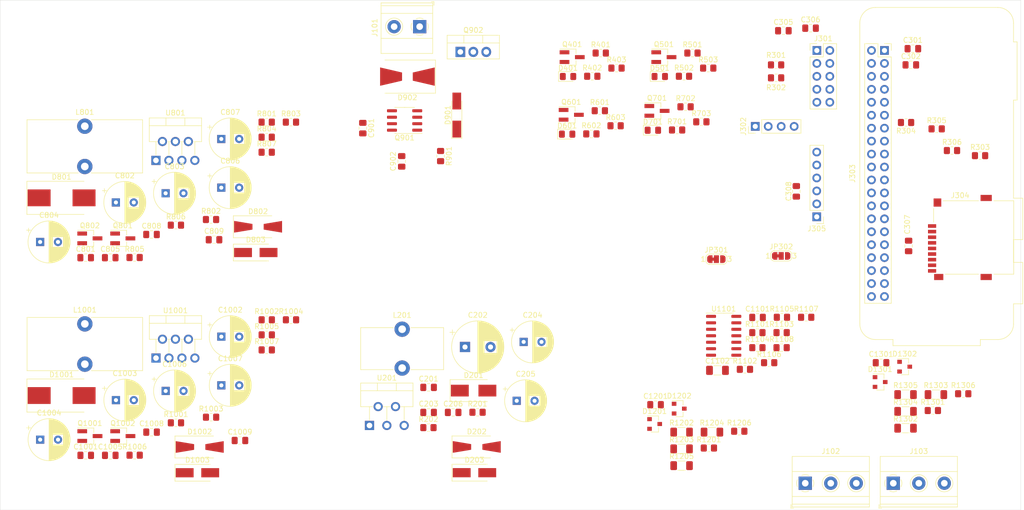
<source format=kicad_pcb>
(kicad_pcb (version 20171130) (host pcbnew "(5.1.10-1-10_14)")
  (layers (0 F.Cu signal) (31 B.Cu signal) (35 F.Paste user) (37 F.SilkS user) (38 B.Mask user) (39 F.Mask user) (44 Edge.Cuts user))
  (net 0 "")
  (net 1 +5V)
  (net 2 GND)
  (net 3 "/LED0 Power/VIN")
  (net 4 +3V3)
  (net 5 "Net-(C801-Pad2)")
  (net 6 "Net-(C801-Pad1)")
  (net 7 "/LED0 Power/VOUT")
  (net 8 "/Input Protection/V_A")
  (net 9 "Net-(C1001-Pad2)")
  (net 10 "Net-(C1001-Pad1)")
  (net 11 "/LED1 Power/VOUT")
  (net 12 "Net-(D201-Pad1)")
  (net 13 "Net-(D401-Pad1)")
  (net 14 "Net-(D501-Pad1)")
  (net 15 "Net-(D601-Pad1)")
  (net 16 "Net-(D701-Pad1)")
  (net 17 "Net-(D901-Pad2)")
  (net 18 "Net-(D1201-Pad3)")
  (net 19 "Net-(D1202-Pad3)")
  (net 20 "Net-(D1301-Pad3)")
  (net 21 "Net-(D1302-Pad3)")
  (net 22 "/LED Driver/DATA_OUT0")
  (net 23 "/LED Driver/DATA_OUT1")
  (net 24 /CPU/UART_RXD)
  (net 25 /CPU/UART_TXD)
  (net 26 /CPU/GPIO4)
  (net 27 /CPU/IIC0_SCL)
  (net 28 /CPU/IIC0_SDA)
  (net 29 "Net-(J302-Pad3)")
  (net 30 "Net-(J302-Pad2)")
  (net 31 /CPU/ALT_LED_DATA)
  (net 32 "/CPU/Status LED 2/IN_3V3")
  (net 33 "Net-(J303-Pad33)")
  (net 34 "Net-(J303-Pad32)")
  (net 35 /CPU/SPI0_CS1)
  (net 36 /CPU/SPI0_CS0)
  (net 37 /CPU/SPI0_CLK)
  (net 38 "/CPU/Status LED 1/IN_3V3")
  (net 39 /CPU/SPI0_MISO)
  (net 40 /CPU/SPI0_MOSI)
  (net 41 "/CPU/Status LED 0/IN_3V3")
  (net 42 /LED_PWR_EN1)
  (net 43 /LED_PWR_EN0)
  (net 44 "/CPU/Status LED 3/IN_3V3")
  (net 45 /LED_DATA_~EN~0)
  (net 46 /LED_DATA_~EN~1)
  (net 47 "Net-(J304-Pad7)")
  (net 48 "Net-(J304-Pad5)")
  (net 49 "Net-(J304-Pad3)")
  (net 50 "Net-(J304-Pad2)")
  (net 51 /LED_DATA0)
  (net 52 /LED_DATA1)
  (net 53 "Net-(Q401-Pad3)")
  (net 54 "Net-(Q401-Pad1)")
  (net 55 "Net-(Q501-Pad3)")
  (net 56 "Net-(Q501-Pad1)")
  (net 57 "Net-(Q601-Pad3)")
  (net 58 "Net-(Q601-Pad1)")
  (net 59 "Net-(Q701-Pad3)")
  (net 60 "Net-(Q701-Pad1)")
  (net 61 "/LED0 Power/ENABLE")
  (net 62 "Net-(Q801-Pad1)")
  (net 63 "Net-(Q802-Pad3)")
  (net 64 "Net-(Q802-Pad1)")
  (net 65 "/LED1 Power/ENABLE")
  (net 66 "Net-(Q1001-Pad1)")
  (net 67 "Net-(Q1002-Pad3)")
  (net 68 "Net-(Q1002-Pad1)")
  (net 69 "Net-(R1101-Pad1)")
  (net 70 "Net-(R1102-Pad1)")
  (net 71 "Net-(R1103-Pad2)")
  (net 72 "Net-(R1104-Pad1)")
  (net 73 "/LED Driver/LED Driver Output 0/IN_A")
  (net 74 "/LED Driver/LED Driver Output 0/IN_B")
  (net 75 "/LED Driver/LED Driver Output 1/IN_A")
  (net 76 "/LED Driver/LED Driver Output 1/IN_B")
  (net 77 "Net-(C201-Pad1)")
  (net 78 "Net-(C809-Pad2)")
  (net 79 "Net-(C1009-Pad2)")
  (net 80 "Net-(J303-Pad27)")
  (net 81 "Net-(J303-Pad28)")
  (net 82 "Net-(J303-Pad35)")
  (net 83 "Net-(J303-Pad36)")
  (net 84 "Net-(J303-Pad31)")
  (net 85 "Net-(J303-Pad29)")
  (net 86 "Net-(J303-Pad40)")
  (net 87 "Net-(J304-Pad8)")
  (net 88 "Net-(J304-Pad1)")
  (net 89 "Net-(U801-Pad5)")
  (net 90 "Net-(U1001-Pad5)")
  (module Package_TO_SOT_THT:TO-220-3_Vertical (layer F.Cu) (at 133.67 64.86)
    (fp_text reference Q902 (at 2.54 -4.27) (layer F.SilkS))
    (fp_text value IRF4905)
    (pad 3 thru_hole oval (at 5.08 0) (size 1.905 2) (drill 1.1) (layers *.Cu *.Mask) (net 3 "/LED0 Power/VIN"))
    (pad 2 thru_hole oval (at 2.54 0) (size 1.905 2) (drill 1.1) (layers *.Cu *.Mask) (net 8 "/Input Protection/V_A"))
    (pad 1 thru_hole rect (at 0 0) (size 1.905 2) (drill 1.1) (layers *.Cu *.Mask) (net 17 "Net-(D901-Pad2)"))
  )
  (module Package_TO_SOT_SMD:SOT-23 (layer F.Cu) (at 220.73 126.59)
    (fp_text reference D1302 (at 0 -2.5) (layer F.SilkS))
    (fp_text value BAT54S)
    (pad 3 smd rect (at 1 0) (size 0.9 0.8) (layers F.Cu F.Paste F.Mask) (net 21 "Net-(D1302-Pad3)"))
    (pad 2 smd rect (at -1 0.95) (size 0.9 0.8) (layers F.Cu F.Paste F.Mask) (net 1 +5V))
    (pad 1 smd rect (at -1 -0.95) (size 0.9 0.8) (layers F.Cu F.Paste F.Mask) (net 2 GND))
  )
  (module Package_TO_SOT_SMD:SOT-23 (layer F.Cu) (at 215.92 129.6)
    (fp_text reference D1301 (at 0 -2.5) (layer F.SilkS))
    (fp_text value BAT54S)
    (pad 3 smd rect (at 1 0) (size 0.9 0.8) (layers F.Cu F.Paste F.Mask) (net 20 "Net-(D1301-Pad3)"))
    (pad 2 smd rect (at -1 0.95) (size 0.9 0.8) (layers F.Cu F.Paste F.Mask) (net 1 +5V))
    (pad 1 smd rect (at -1 -0.95) (size 0.9 0.8) (layers F.Cu F.Paste F.Mask) (net 2 GND))
  )
  (module Package_TO_SOT_SMD:SOT-23 (layer F.Cu) (at 176.55 134.82)
    (fp_text reference D1202 (at 0 -2.5) (layer F.SilkS))
    (fp_text value BAT54S)
    (pad 3 smd rect (at 1 0) (size 0.9 0.8) (layers F.Cu F.Paste F.Mask) (net 19 "Net-(D1202-Pad3)"))
    (pad 2 smd rect (at -1 0.95) (size 0.9 0.8) (layers F.Cu F.Paste F.Mask) (net 1 +5V))
    (pad 1 smd rect (at -1 -0.95) (size 0.9 0.8) (layers F.Cu F.Paste F.Mask) (net 2 GND))
  )
  (module Package_TO_SOT_SMD:SOT-23 (layer F.Cu) (at 171.74 137.83)
    (fp_text reference D1201 (at 0 -2.5) (layer F.SilkS))
    (fp_text value BAT54S)
    (pad 3 smd rect (at 1 0) (size 0.9 0.8) (layers F.Cu F.Paste F.Mask) (net 18 "Net-(D1201-Pad3)"))
    (pad 2 smd rect (at -1 0.95) (size 0.9 0.8) (layers F.Cu F.Paste F.Mask) (net 1 +5V))
    (pad 1 smd rect (at -1 -0.95) (size 0.9 0.8) (layers F.Cu F.Paste F.Mask) (net 2 GND))
  )
  (module Diode_SMD:D_SMA_Handsoldering (layer F.Cu) (at 82.16 147.39)
    (fp_text reference D1003 (at 0 -2.5) (layer F.SilkS))
    (fp_text value TVS)
    (pad 2 smd rect (at 2.5 0) (size 3.5 1.8) (layers F.Cu F.Paste F.Mask) (net 2 GND))
    (pad 1 smd rect (at -2.5 0) (size 3.5 1.8) (layers F.Cu F.Paste F.Mask) (net 11 "/LED1 Power/VOUT"))
  )
  (module Diode_SMD:D_SMA-SMB_Universal_Handsoldering (layer F.Cu) (at 82.61 142.34)
    (fp_text reference D1002 (at 0 -3) (layer F.SilkS))
    (fp_text value SS14)
    (pad 2 smd trapezoid (at 2.9 0 180) (size 3.6 1.7) (rect_delta 0.6 0) (layers F.Cu F.Paste F.Mask) (net 11 "/LED1 Power/VOUT"))
    (pad 1 smd trapezoid (at -2.9 0) (size 3.6 1.7) (rect_delta 0.6 0) (layers F.Cu F.Paste F.Mask) (net 3 "/LED0 Power/VIN"))
  )
  (module Diode_SMD:D_SMA_Handsoldering (layer F.Cu) (at 93.59 104.2)
    (fp_text reference D803 (at 0 -2.5) (layer F.SilkS))
    (fp_text value TVS)
    (pad 2 smd rect (at 2.5 0) (size 3.5 1.8) (layers F.Cu F.Paste F.Mask) (net 2 GND))
    (pad 1 smd rect (at -2.5 0) (size 3.5 1.8) (layers F.Cu F.Paste F.Mask) (net 7 "/LED0 Power/VOUT"))
  )
  (module Diode_SMD:D_SMA-SMB_Universal_Handsoldering (layer F.Cu) (at 94.04 99.15)
    (fp_text reference D802 (at 0 -3) (layer F.SilkS))
    (fp_text value SS14)
    (pad 2 smd trapezoid (at 2.9 0 180) (size 3.6 1.7) (rect_delta 0.6 0) (layers F.Cu F.Paste F.Mask) (net 7 "/LED0 Power/VOUT"))
    (pad 1 smd trapezoid (at -2.9 0) (size 3.6 1.7) (rect_delta 0.6 0) (layers F.Cu F.Paste F.Mask) (net 3 "/LED0 Power/VIN"))
  )
  (module Diode_SMD:D_SMA_Handsoldering (layer F.Cu) (at 136.44 147.38)
    (fp_text reference D203 (at 0 -2.5) (layer F.SilkS))
    (fp_text value TVS)
    (pad 2 smd rect (at 2.5 0) (size 3.5 1.8) (layers F.Cu F.Paste F.Mask) (net 2 GND))
    (pad 1 smd rect (at -2.5 0) (size 3.5 1.8) (layers F.Cu F.Paste F.Mask) (net 1 +5V))
  )
  (module Diode_SMD:D_SMA-SMB_Universal_Handsoldering (layer F.Cu) (at 136.89 142.33)
    (fp_text reference D202 (at 0 -3) (layer F.SilkS))
    (fp_text value SS14)
    (pad 2 smd trapezoid (at 2.9 0 180) (size 3.6 1.7) (rect_delta 0.6 0) (layers F.Cu F.Paste F.Mask) (net 1 +5V))
    (pad 1 smd trapezoid (at -2.9 0) (size 3.6 1.7) (rect_delta 0.6 0) (layers F.Cu F.Paste F.Mask) (net 3 "/LED0 Power/VIN"))
  )
  (module Capacitor_SMD:C_0805_2012Metric_Pad1.18x1.45mm_HandSolder (layer F.Cu) (at 216.1 125.82)
    (fp_text reference C1301 (at 0 -1.68) (layer F.SilkS))
    (fp_text value 100n)
    (pad 2 smd roundrect (at 1.0375 0) (size 1.175 1.45) (layers F.Cu F.Paste F.Mask) (roundrect_rratio 0.212766) (net 2 GND))
    (pad 1 smd roundrect (at -1.0375 0) (size 1.175 1.45) (layers F.Cu F.Paste F.Mask) (roundrect_rratio 0.212766) (net 1 +5V))
  )
  (module Capacitor_SMD:C_0805_2012Metric_Pad1.18x1.45mm_HandSolder (layer F.Cu) (at 171.92 134.05)
    (fp_text reference C1201 (at 0 -1.68) (layer F.SilkS))
    (fp_text value 100n)
    (pad 2 smd roundrect (at 1.0375 0) (size 1.175 1.45) (layers F.Cu F.Paste F.Mask) (roundrect_rratio 0.212766) (net 2 GND))
    (pad 1 smd roundrect (at -1.0375 0) (size 1.175 1.45) (layers F.Cu F.Paste F.Mask) (roundrect_rratio 0.212766) (net 1 +5V))
  )
  (module Capacitor_SMD:C_0805_2012Metric_Pad1.18x1.45mm_HandSolder (layer F.Cu) (at 90.49 141.07)
    (fp_text reference C1009 (at 0 -1.68) (layer F.SilkS))
    (fp_text value C)
    (pad 2 smd roundrect (at 1.0375 0) (size 1.175 1.45) (layers F.Cu F.Paste F.Mask) (roundrect_rratio 0.212766) (net 79 "Net-(C1009-Pad2)"))
    (pad 1 smd roundrect (at -1.0375 0) (size 1.175 1.45) (layers F.Cu F.Paste F.Mask) (roundrect_rratio 0.212766) (net 11 "/LED1 Power/VOUT"))
  )
  (module Capacitor_SMD:C_0805_2012Metric_Pad1.18x1.45mm_HandSolder (layer F.Cu) (at 85.41 101.69)
    (fp_text reference C809 (at 0 -1.68) (layer F.SilkS))
    (fp_text value C)
    (pad 2 smd roundrect (at 1.0375 0) (size 1.175 1.45) (layers F.Cu F.Paste F.Mask) (roundrect_rratio 0.212766) (net 78 "Net-(C809-Pad2)"))
    (pad 1 smd roundrect (at -1.0375 0) (size 1.175 1.45) (layers F.Cu F.Paste F.Mask) (roundrect_rratio 0.212766) (net 7 "/LED0 Power/VOUT"))
  )
  (module my:Raspberry_Pi_Zero_Socketed_THT_FaceDown_MountingHoles_No_Courtyard (layer F.Cu) (at 216.77 64.57)
    (fp_text reference J303 (at -6.27 24.13 90) (layer F.SilkS))
    (fp_text value Raspberry_Pi_0_2_3)
    (pad 6 thru_hole oval (at -2.54 5.08) (size 1.7 1.7) (drill 1) (layers *.Cu *.Mask) (net 2 GND))
    (pad 3 thru_hole oval (at 0 2.54) (size 1.7 1.7) (drill 1) (layers *.Cu *.Mask) (net 28 /CPU/IIC0_SDA))
    (pad 15 thru_hole oval (at 0 17.78) (size 1.7 1.7) (drill 1) (layers *.Cu *.Mask) (net 43 /LED_PWR_EN0))
    (pad 16 thru_hole oval (at -2.54 17.78) (size 1.7 1.7) (drill 1) (layers *.Cu *.Mask) (net 42 /LED_PWR_EN1))
    (pad 4 thru_hole oval (at -2.54 2.54) (size 1.7 1.7) (drill 1) (layers *.Cu *.Mask) (net 1 +5V))
    (pad 5 thru_hole oval (at 0 5.08) (size 1.7 1.7) (drill 1) (layers *.Cu *.Mask) (net 27 /CPU/IIC0_SCL))
    (pad 2 thru_hole oval (at -2.54 0) (size 1.7 1.7) (drill 1) (layers *.Cu *.Mask) (net 1 +5V))
    (pad 1 thru_hole rect (at 0 0) (size 1.7 1.7) (drill 1) (layers *.Cu *.Mask) (net 4 +3V3))
    (pad 23 thru_hole oval (at 0 27.94) (size 1.7 1.7) (drill 1) (layers *.Cu *.Mask) (net 37 /CPU/SPI0_CLK))
    (pad 24 thru_hole oval (at -2.54 27.94) (size 1.7 1.7) (drill 1) (layers *.Cu *.Mask) (net 36 /CPU/SPI0_CS0))
    (pad 11 thru_hole oval (at 0 12.7) (size 1.7 1.7) (drill 1) (layers *.Cu *.Mask) (net 46 /LED_DATA_~EN~1))
    (pad 12 thru_hole oval (at -2.54 12.7) (size 1.7 1.7) (drill 1) (layers *.Cu *.Mask) (net 45 /LED_DATA_~EN~0))
    (pad 27 thru_hole oval (at 0 33.02) (size 1.7 1.7) (drill 1) (layers *.Cu *.Mask) (net 80 "Net-(J303-Pad27)"))
    (pad 28 thru_hole oval (at -2.54 33.02) (size 1.7 1.7) (drill 1) (layers *.Cu *.Mask) (net 81 "Net-(J303-Pad28)"))
    (pad 13 thru_hole oval (at 0 15.24) (size 1.7 1.7) (drill 1) (layers *.Cu *.Mask) (net 44 "/CPU/Status LED 3/IN_3V3"))
    (pad 14 thru_hole oval (at -2.54 15.24) (size 1.7 1.7) (drill 1) (layers *.Cu *.Mask) (net 2 GND))
    (pad 9 thru_hole oval (at 0 10.16) (size 1.7 1.7) (drill 1) (layers *.Cu *.Mask) (net 2 GND))
    (pad 10 thru_hole oval (at -2.54 10.16) (size 1.7 1.7) (drill 1) (layers *.Cu *.Mask) (net 24 /CPU/UART_RXD))
    (pad 19 thru_hole oval (at 0 22.86) (size 1.7 1.7) (drill 1) (layers *.Cu *.Mask) (net 40 /CPU/SPI0_MOSI))
    (pad 20 thru_hole oval (at -2.54 22.86) (size 1.7 1.7) (drill 1) (layers *.Cu *.Mask) (net 2 GND))
    (pad 37 thru_hole oval (at 0 45.72) (size 1.7 1.7) (drill 1) (layers *.Cu *.Mask) (net 32 "/CPU/Status LED 2/IN_3V3"))
    (pad 38 thru_hole oval (at -2.54 45.72) (size 1.7 1.7) (drill 1) (layers *.Cu *.Mask) (net 31 /CPU/ALT_LED_DATA))
    (pad 33 thru_hole oval (at 0 40.64) (size 1.7 1.7) (drill 1) (layers *.Cu *.Mask) (net 33 "Net-(J303-Pad33)"))
    (pad 34 thru_hole oval (at -2.54 40.64) (size 1.7 1.7) (drill 1) (layers *.Cu *.Mask) (net 2 GND))
    (pad 35 thru_hole oval (at 0 43.18) (size 1.7 1.7) (drill 1) (layers *.Cu *.Mask) (net 82 "Net-(J303-Pad35)"))
    (pad 36 thru_hole oval (at -2.54 43.18) (size 1.7 1.7) (drill 1) (layers *.Cu *.Mask) (net 83 "Net-(J303-Pad36)"))
    (pad 17 thru_hole oval (at 0 20.32) (size 1.7 1.7) (drill 1) (layers *.Cu *.Mask) (net 4 +3V3))
    (pad 18 thru_hole oval (at -2.54 20.32) (size 1.7 1.7) (drill 1) (layers *.Cu *.Mask) (net 41 "/CPU/Status LED 0/IN_3V3"))
    (pad 31 thru_hole oval (at 0 38.1) (size 1.7 1.7) (drill 1) (layers *.Cu *.Mask) (net 84 "Net-(J303-Pad31)"))
    (pad 32 thru_hole oval (at -2.54 38.1) (size 1.7 1.7) (drill 1) (layers *.Cu *.Mask) (net 34 "Net-(J303-Pad32)"))
    (pad 7 thru_hole oval (at 0 7.62) (size 1.7 1.7) (drill 1) (layers *.Cu *.Mask) (net 26 /CPU/GPIO4))
    (pad 8 thru_hole oval (at -2.54 7.62) (size 1.7 1.7) (drill 1) (layers *.Cu *.Mask) (net 25 /CPU/UART_TXD))
    (pad 29 thru_hole oval (at 0 35.56) (size 1.7 1.7) (drill 1) (layers *.Cu *.Mask) (net 85 "Net-(J303-Pad29)"))
    (pad 30 thru_hole oval (at -2.54 35.56) (size 1.7 1.7) (drill 1) (layers *.Cu *.Mask) (net 2 GND))
    (pad 21 thru_hole oval (at 0 25.4) (size 1.7 1.7) (drill 1) (layers *.Cu *.Mask) (net 39 /CPU/SPI0_MISO))
    (pad 22 thru_hole oval (at -2.54 25.4) (size 1.7 1.7) (drill 1) (layers *.Cu *.Mask) (net 38 "/CPU/Status LED 1/IN_3V3"))
    (pad 25 thru_hole oval (at 0 30.48) (size 1.7 1.7) (drill 1) (layers *.Cu *.Mask) (net 2 GND))
    (pad 26 thru_hole oval (at -2.54 30.48) (size 1.7 1.7) (drill 1) (layers *.Cu *.Mask) (net 35 /CPU/SPI0_CS1))
    (pad 39 thru_hole oval (at 0 48.26) (size 1.7 1.7) (drill 1) (layers *.Cu *.Mask) (net 2 GND))
    (pad 40 thru_hole oval (at -2.54 48.26) (size 1.7 1.7) (drill 1) (layers *.Cu *.Mask) (net 86 "Net-(J303-Pad40)"))
    (pad "" np_thru_hole circle (at -1.27 -4.87 90) (size 2.75 2.75) (drill 2.75) (layers *.Cu *.Mask))
    (pad "" np_thru_hole circle (at 21.73 53.13 90) (size 2.75 2.75) (drill 2.75) (layers *.Cu *.Mask))
    (pad "" np_thru_hole circle (at 21.73 -4.87 90) (size 2.75 2.75) (drill 2.75) (layers *.Cu *.Mask))
    (pad "" np_thru_hole circle (at -1.27 53.13 90) (size 2.75 2.75) (drill 2.75) (layers *.Cu *.Mask))
  )
  (module MountingHole:MountingHole_2.7mm_M2.5 (layer F.Cu) (at 48.5 59.7)
    (fp_text reference H103 hide)
    (fp_text value MountingHole)
    (pad 1 np_thru_hole circle (at 0 0 90) (size 2.75 2.75) (drill 2.75) (layers *.Cu *.Mask))
  )
  (module MountingHole:MountingHole_2.7mm_M2.5 (layer F.Cu) (at 238.5 149.7)
    (fp_text reference H101 hide)
    (fp_text value MountingHole)
    (pad 1 np_thru_hole circle (at 0 0 90) (size 2.75 2.75) (drill 2.75) (layers *.Cu *.Mask))
  )
  (module MountingHole:MountingHole_2.7mm_M2.5 (layer F.Cu) (at 48.5 149.7)
    (fp_text reference H102 hide)
    (fp_text value MountingHole)
    (pad 1 np_thru_hole circle (at 0 0 90) (size 2.75 2.75) (drill 2.75) (layers *.Cu *.Mask))
  )
  (module Package_SO:SO-14_3.9x8.65mm_P1.27mm (layer F.Cu) (at 185.27 120.53)
    (fp_text reference U1101 (at 0 -5.28) (layer F.SilkS))
    (fp_text value SN74AHCT125D)
    (pad 14 smd roundrect (at 2.475 -3.81) (size 1.95 0.6) (layers F.Cu F.Paste F.Mask) (net 1 +5V))
    (pad 13 smd roundrect (at 2.475 -2.54) (size 1.95 0.6) (layers F.Cu F.Paste F.Mask) (net 70 "Net-(R1102-Pad1)"))
    (pad 12 smd roundrect (at 2.475 -1.27) (size 1.95 0.6) (layers F.Cu F.Paste F.Mask) (net 72 "Net-(R1104-Pad1)"))
    (pad 11 smd roundrect (at 2.475 0) (size 1.95 0.6) (layers F.Cu F.Paste F.Mask) (net 76 "/LED Driver/LED Driver Output 1/IN_B"))
    (pad 10 smd roundrect (at 2.475 1.27) (size 1.95 0.6) (layers F.Cu F.Paste F.Mask) (net 70 "Net-(R1102-Pad1)"))
    (pad 9 smd roundrect (at 2.475 2.54) (size 1.95 0.6) (layers F.Cu F.Paste F.Mask) (net 72 "Net-(R1104-Pad1)"))
    (pad 8 smd roundrect (at 2.475 3.81) (size 1.95 0.6) (layers F.Cu F.Paste F.Mask) (net 75 "/LED Driver/LED Driver Output 1/IN_A"))
    (pad 7 smd roundrect (at -2.475 3.81) (size 1.95 0.6) (layers F.Cu F.Paste F.Mask) (net 2 GND))
    (pad 6 smd roundrect (at -2.475 2.54) (size 1.95 0.6) (layers F.Cu F.Paste F.Mask) (net 74 "/LED Driver/LED Driver Output 0/IN_B"))
    (pad 5 smd roundrect (at -2.475 1.27) (size 1.95 0.6) (layers F.Cu F.Paste F.Mask) (net 71 "Net-(R1103-Pad2)"))
    (pad 4 smd roundrect (at -2.475 0) (size 1.95 0.6) (layers F.Cu F.Paste F.Mask) (net 69 "Net-(R1101-Pad1)"))
    (pad 3 smd roundrect (at -2.475 -1.27) (size 1.95 0.6) (layers F.Cu F.Paste F.Mask) (net 73 "/LED Driver/LED Driver Output 0/IN_A"))
    (pad 2 smd roundrect (at -2.475 -2.54) (size 1.95 0.6) (layers F.Cu F.Paste F.Mask) (net 71 "Net-(R1103-Pad2)"))
    (pad 1 smd roundrect (at -2.475 -3.81) (size 1.95 0.6) (layers F.Cu F.Paste F.Mask) (net 69 "Net-(R1101-Pad1)"))
  )
  (module Package_TO_SOT_THT:TO-220-7_P2.54x3.7mm_StaggerOdd_Lead3.8mm_Vertical (layer F.Cu) (at 74.04 124.9)
    (fp_text reference U1001 (at 3.81 -9.32) (layer F.SilkS))
    (fp_text value LM2678T-ADJ)
    (pad 7 thru_hole oval (at 7.62 0) (size 1.8 1.8) (drill 1.1) (layers *.Cu *.Mask) (net 65 "/LED1 Power/ENABLE"))
    (pad 6 thru_hole oval (at 6.35 -3.7) (size 1.8 1.8) (drill 1.1) (layers *.Cu *.Mask) (net 79 "Net-(C1009-Pad2)"))
    (pad 5 thru_hole oval (at 5.08 0) (size 1.8 1.8) (drill 1.1) (layers *.Cu *.Mask) (net 90 "Net-(U1001-Pad5)"))
    (pad 4 thru_hole oval (at 3.81 -3.7) (size 1.8 1.8) (drill 1.1) (layers *.Cu *.Mask) (net 2 GND))
    (pad 3 thru_hole oval (at 2.54 0) (size 1.8 1.8) (drill 1.1) (layers *.Cu *.Mask) (net 9 "Net-(C1001-Pad2)"))
    (pad 2 thru_hole oval (at 1.27 -3.7) (size 1.8 1.8) (drill 1.1) (layers *.Cu *.Mask) (net 3 "/LED0 Power/VIN"))
    (pad 1 thru_hole rect (at 0 0) (size 1.8 1.8) (drill 1.1) (layers *.Cu *.Mask) (net 10 "Net-(C1001-Pad1)"))
  )
  (module Package_TO_SOT_THT:TO-220-7_P2.54x3.7mm_StaggerOdd_Lead3.8mm_Vertical (layer F.Cu) (at 74.03 86.13)
    (fp_text reference U801 (at 3.81 -9.32) (layer F.SilkS))
    (fp_text value LM2678T-ADJ)
    (pad 7 thru_hole oval (at 7.62 0) (size 1.8 1.8) (drill 1.1) (layers *.Cu *.Mask) (net 61 "/LED0 Power/ENABLE"))
    (pad 6 thru_hole oval (at 6.35 -3.7) (size 1.8 1.8) (drill 1.1) (layers *.Cu *.Mask) (net 78 "Net-(C809-Pad2)"))
    (pad 5 thru_hole oval (at 5.08 0) (size 1.8 1.8) (drill 1.1) (layers *.Cu *.Mask) (net 89 "Net-(U801-Pad5)"))
    (pad 4 thru_hole oval (at 3.81 -3.7) (size 1.8 1.8) (drill 1.1) (layers *.Cu *.Mask) (net 2 GND))
    (pad 3 thru_hole oval (at 2.54 0) (size 1.8 1.8) (drill 1.1) (layers *.Cu *.Mask) (net 5 "Net-(C801-Pad2)"))
    (pad 2 thru_hole oval (at 1.27 -3.7) (size 1.8 1.8) (drill 1.1) (layers *.Cu *.Mask) (net 3 "/LED0 Power/VIN"))
    (pad 1 thru_hole rect (at 0 0) (size 1.8 1.8) (drill 1.1) (layers *.Cu *.Mask) (net 6 "Net-(C801-Pad1)"))
  )
  (module Package_TO_SOT_THT:TO-220-5_P3.4x3.7mm_StaggerOdd_Lead3.8mm_Vertical (layer F.Cu) (at 115.87 138.12)
    (fp_text reference U201 (at 3.4 -9.32) (layer F.SilkS))
    (fp_text value LM2596T-ADJ)
    (pad 5 thru_hole oval (at 6.8 0) (size 1.8 1.8) (drill 1.1) (layers *.Cu *.Mask) (net 2 GND))
    (pad 4 thru_hole oval (at 5.1 -3.7) (size 1.8 1.8) (drill 1.1) (layers *.Cu *.Mask) (net 77 "Net-(C201-Pad1)"))
    (pad 3 thru_hole oval (at 3.4 0) (size 1.8 1.8) (drill 1.1) (layers *.Cu *.Mask) (net 2 GND))
    (pad 2 thru_hole oval (at 1.7 -3.7) (size 1.8 1.8) (drill 1.1) (layers *.Cu *.Mask) (net 12 "Net-(D201-Pad1)"))
    (pad 1 thru_hole rect (at 0 0) (size 1.8 1.8) (drill 1.1) (layers *.Cu *.Mask) (net 3 "/LED0 Power/VIN"))
  )
  (module Resistor_SMD:R_0805_2012Metric_Pad1.20x1.40mm_HandSolder (layer F.Cu) (at 232.2 131.9)
    (fp_text reference R1306 (at 0 -1.65) (layer F.SilkS))
    (fp_text value 10K)
    (pad 2 smd roundrect (at 1 0) (size 1.2 1.4) (layers F.Cu F.Paste F.Mask) (roundrect_rratio 0.208333) (net 2 GND))
    (pad 1 smd roundrect (at -1 0) (size 1.2 1.4) (layers F.Cu F.Paste F.Mask) (roundrect_rratio 0.208333) (net 76 "/LED Driver/LED Driver Output 1/IN_B"))
  )
  (module Resistor_SMD:R_1206_3216Metric_Pad1.30x1.75mm_HandSolder (layer F.Cu) (at 220.9 132.07)
    (fp_text reference R1305 (at 0 -1.82) (layer F.SilkS))
    (fp_text value "22R 0.25W")
    (pad 2 smd roundrect (at 1.55 0) (size 1.3 1.75) (layers F.Cu F.Paste F.Mask) (roundrect_rratio 0.192308) (net 21 "Net-(D1302-Pad3)"))
    (pad 1 smd roundrect (at -1.55 0) (size 1.3 1.75) (layers F.Cu F.Paste F.Mask) (roundrect_rratio 0.192308) (net 23 "/LED Driver/DATA_OUT1"))
  )
  (module Resistor_SMD:R_1206_3216Metric_Pad1.30x1.75mm_HandSolder (layer F.Cu) (at 220.9 135.36)
    (fp_text reference R1304 (at 0 -1.82) (layer F.SilkS))
    (fp_text value "22R 0.25W")
    (pad 2 smd roundrect (at 1.55 0) (size 1.3 1.75) (layers F.Cu F.Paste F.Mask) (roundrect_rratio 0.192308) (net 76 "/LED Driver/LED Driver Output 1/IN_B"))
    (pad 1 smd roundrect (at -1.55 0) (size 1.3 1.75) (layers F.Cu F.Paste F.Mask) (roundrect_rratio 0.192308) (net 21 "Net-(D1302-Pad3)"))
  )
  (module Resistor_SMD:R_1206_3216Metric_Pad1.30x1.75mm_HandSolder (layer F.Cu) (at 226.85 132.07)
    (fp_text reference R1303 (at 0 -1.82) (layer F.SilkS))
    (fp_text value "22R 0.25W")
    (pad 2 smd roundrect (at 1.55 0) (size 1.3 1.75) (layers F.Cu F.Paste F.Mask) (roundrect_rratio 0.192308) (net 20 "Net-(D1301-Pad3)"))
    (pad 1 smd roundrect (at -1.55 0) (size 1.3 1.75) (layers F.Cu F.Paste F.Mask) (roundrect_rratio 0.192308) (net 23 "/LED Driver/DATA_OUT1"))
  )
  (module Resistor_SMD:R_1206_3216Metric_Pad1.30x1.75mm_HandSolder (layer F.Cu) (at 220.9 138.65)
    (fp_text reference R1302 (at 0 -1.82) (layer F.SilkS))
    (fp_text value "22R 0.25W")
    (pad 2 smd roundrect (at 1.55 0) (size 1.3 1.75) (layers F.Cu F.Paste F.Mask) (roundrect_rratio 0.192308) (net 75 "/LED Driver/LED Driver Output 1/IN_A"))
    (pad 1 smd roundrect (at -1.55 0) (size 1.3 1.75) (layers F.Cu F.Paste F.Mask) (roundrect_rratio 0.192308) (net 20 "Net-(D1301-Pad3)"))
  )
  (module Resistor_SMD:R_0805_2012Metric_Pad1.20x1.40mm_HandSolder (layer F.Cu) (at 226.25 135.19)
    (fp_text reference R1301 (at 0 -1.65) (layer F.SilkS))
    (fp_text value 10K)
    (pad 2 smd roundrect (at 1 0) (size 1.2 1.4) (layers F.Cu F.Paste F.Mask) (roundrect_rratio 0.208333) (net 75 "/LED Driver/LED Driver Output 1/IN_A"))
    (pad 1 smd roundrect (at -1 0) (size 1.2 1.4) (layers F.Cu F.Paste F.Mask) (roundrect_rratio 0.208333) (net 2 GND))
  )
  (module Resistor_SMD:R_0805_2012Metric_Pad1.20x1.40mm_HandSolder (layer F.Cu) (at 188.32 139.25)
    (fp_text reference R1206 (at 0 -1.65) (layer F.SilkS))
    (fp_text value 10K)
    (pad 2 smd roundrect (at 1 0) (size 1.2 1.4) (layers F.Cu F.Paste F.Mask) (roundrect_rratio 0.208333) (net 2 GND))
    (pad 1 smd roundrect (at -1 0) (size 1.2 1.4) (layers F.Cu F.Paste F.Mask) (roundrect_rratio 0.208333) (net 74 "/LED Driver/LED Driver Output 0/IN_B"))
  )
  (module Resistor_SMD:R_1206_3216Metric_Pad1.30x1.75mm_HandSolder (layer F.Cu) (at 177.02 146)
    (fp_text reference R1205 (at 0 -1.82) (layer F.SilkS))
    (fp_text value "22R 0.25W")
    (pad 2 smd roundrect (at 1.55 0) (size 1.3 1.75) (layers F.Cu F.Paste F.Mask) (roundrect_rratio 0.192308) (net 19 "Net-(D1202-Pad3)"))
    (pad 1 smd roundrect (at -1.55 0) (size 1.3 1.75) (layers F.Cu F.Paste F.Mask) (roundrect_rratio 0.192308) (net 22 "/LED Driver/DATA_OUT0"))
  )
  (module Resistor_SMD:R_1206_3216Metric_Pad1.30x1.75mm_HandSolder (layer F.Cu) (at 182.97 139.42)
    (fp_text reference R1204 (at 0 -1.82) (layer F.SilkS))
    (fp_text value "22R 0.25W")
    (pad 2 smd roundrect (at 1.55 0) (size 1.3 1.75) (layers F.Cu F.Paste F.Mask) (roundrect_rratio 0.192308) (net 74 "/LED Driver/LED Driver Output 0/IN_B"))
    (pad 1 smd roundrect (at -1.55 0) (size 1.3 1.75) (layers F.Cu F.Paste F.Mask) (roundrect_rratio 0.192308) (net 19 "Net-(D1202-Pad3)"))
  )
  (module Resistor_SMD:R_1206_3216Metric_Pad1.30x1.75mm_HandSolder (layer F.Cu) (at 177.02 142.71)
    (fp_text reference R1203 (at 0 -1.82) (layer F.SilkS))
    (fp_text value "22R 0.25W")
    (pad 2 smd roundrect (at 1.55 0) (size 1.3 1.75) (layers F.Cu F.Paste F.Mask) (roundrect_rratio 0.192308) (net 18 "Net-(D1201-Pad3)"))
    (pad 1 smd roundrect (at -1.55 0) (size 1.3 1.75) (layers F.Cu F.Paste F.Mask) (roundrect_rratio 0.192308) (net 22 "/LED Driver/DATA_OUT0"))
  )
  (module Resistor_SMD:R_1206_3216Metric_Pad1.30x1.75mm_HandSolder (layer F.Cu) (at 177.02 139.42)
    (fp_text reference R1202 (at 0 -1.82) (layer F.SilkS))
    (fp_text value "22R 0.25W")
    (pad 2 smd roundrect (at 1.55 0) (size 1.3 1.75) (layers F.Cu F.Paste F.Mask) (roundrect_rratio 0.192308) (net 73 "/LED Driver/LED Driver Output 0/IN_A"))
    (pad 1 smd roundrect (at -1.55 0) (size 1.3 1.75) (layers F.Cu F.Paste F.Mask) (roundrect_rratio 0.192308) (net 18 "Net-(D1201-Pad3)"))
  )
  (module Resistor_SMD:R_0805_2012Metric_Pad1.20x1.40mm_HandSolder (layer F.Cu) (at 182.37 142.54)
    (fp_text reference R1201 (at 0 -1.65) (layer F.SilkS))
    (fp_text value 10K)
    (pad 2 smd roundrect (at 1 0) (size 1.2 1.4) (layers F.Cu F.Paste F.Mask) (roundrect_rratio 0.208333) (net 73 "/LED Driver/LED Driver Output 0/IN_A"))
    (pad 1 smd roundrect (at -1 0) (size 1.2 1.4) (layers F.Cu F.Paste F.Mask) (roundrect_rratio 0.208333) (net 2 GND))
  )
  (module Resistor_SMD:R_0805_2012Metric_Pad1.20x1.40mm_HandSolder (layer F.Cu) (at 196.62 122.86)
    (fp_text reference R1108 (at 0 -1.65) (layer F.SilkS))
    (fp_text value 10K)
    (pad 2 smd roundrect (at 1 0) (size 1.2 1.4) (layers F.Cu F.Paste F.Mask) (roundrect_rratio 0.208333) (net 2 GND))
    (pad 1 smd roundrect (at -1 0) (size 1.2 1.4) (layers F.Cu F.Paste F.Mask) (roundrect_rratio 0.208333) (net 72 "Net-(R1104-Pad1)"))
  )
  (module Resistor_SMD:R_0805_2012Metric_Pad1.20x1.40mm_HandSolder (layer F.Cu) (at 201.43 116.9)
    (fp_text reference R1107 (at 0 -1.65) (layer F.SilkS))
    (fp_text value 10K)
    (pad 2 smd roundrect (at 1 0) (size 1.2 1.4) (layers F.Cu F.Paste F.Mask) (roundrect_rratio 0.208333) (net 2 GND))
    (pad 1 smd roundrect (at -1 0) (size 1.2 1.4) (layers F.Cu F.Paste F.Mask) (roundrect_rratio 0.208333) (net 71 "Net-(R1103-Pad2)"))
  )
  (module Resistor_SMD:R_0805_2012Metric_Pad1.20x1.40mm_HandSolder (layer F.Cu) (at 194.18 125.81)
    (fp_text reference R1106 (at 0 -1.65) (layer F.SilkS))
    (fp_text value 10K)
    (pad 2 smd roundrect (at 1 0) (size 1.2 1.4) (layers F.Cu F.Paste F.Mask) (roundrect_rratio 0.208333) (net 2 GND))
    (pad 1 smd roundrect (at -1 0) (size 1.2 1.4) (layers F.Cu F.Paste F.Mask) (roundrect_rratio 0.208333) (net 70 "Net-(R1102-Pad1)"))
  )
  (module Resistor_SMD:R_0805_2012Metric_Pad1.20x1.40mm_HandSolder (layer F.Cu) (at 196.68 116.9)
    (fp_text reference R1105 (at 0 -1.65) (layer F.SilkS))
    (fp_text value 10K)
    (pad 2 smd roundrect (at 1 0) (size 1.2 1.4) (layers F.Cu F.Paste F.Mask) (roundrect_rratio 0.208333) (net 2 GND))
    (pad 1 smd roundrect (at -1 0) (size 1.2 1.4) (layers F.Cu F.Paste F.Mask) (roundrect_rratio 0.208333) (net 69 "Net-(R1101-Pad1)"))
  )
  (module Resistor_SMD:R_0805_2012Metric_Pad1.20x1.40mm_HandSolder (layer F.Cu) (at 191.87 122.86)
    (fp_text reference R1104 (at 0 -1.65) (layer F.SilkS))
    (fp_text value 33R)
    (pad 2 smd roundrect (at 1 0) (size 1.2 1.4) (layers F.Cu F.Paste F.Mask) (roundrect_rratio 0.208333) (net 52 /LED_DATA1))
    (pad 1 smd roundrect (at -1 0) (size 1.2 1.4) (layers F.Cu F.Paste F.Mask) (roundrect_rratio 0.208333) (net 72 "Net-(R1104-Pad1)"))
  )
  (module Resistor_SMD:R_0805_2012Metric_Pad1.20x1.40mm_HandSolder (layer F.Cu) (at 196.62 119.91)
    (fp_text reference R1103 (at 0 -1.65) (layer F.SilkS))
    (fp_text value 33R)
    (pad 2 smd roundrect (at 1 0) (size 1.2 1.4) (layers F.Cu F.Paste F.Mask) (roundrect_rratio 0.208333) (net 71 "Net-(R1103-Pad2)"))
    (pad 1 smd roundrect (at -1 0) (size 1.2 1.4) (layers F.Cu F.Paste F.Mask) (roundrect_rratio 0.208333) (net 51 /LED_DATA0))
  )
  (module Resistor_SMD:R_0805_2012Metric_Pad1.20x1.40mm_HandSolder (layer F.Cu) (at 189.43 127.11)
    (fp_text reference R1102 (at 0 -1.65) (layer F.SilkS))
    (fp_text value 33R)
    (pad 2 smd roundrect (at 1 0) (size 1.2 1.4) (layers F.Cu F.Paste F.Mask) (roundrect_rratio 0.208333) (net 46 /LED_DATA_~EN~1))
    (pad 1 smd roundrect (at -1 0) (size 1.2 1.4) (layers F.Cu F.Paste F.Mask) (roundrect_rratio 0.208333) (net 70 "Net-(R1102-Pad1)"))
  )
  (module Resistor_SMD:R_0805_2012Metric_Pad1.20x1.40mm_HandSolder (layer F.Cu) (at 191.87 119.91)
    (fp_text reference R1101 (at 0 -1.65) (layer F.SilkS))
    (fp_text value 33R)
    (pad 2 smd roundrect (at 1 0) (size 1.2 1.4) (layers F.Cu F.Paste F.Mask) (roundrect_rratio 0.208333) (net 45 /LED_DATA_~EN~0))
    (pad 1 smd roundrect (at -1 0) (size 1.2 1.4) (layers F.Cu F.Paste F.Mask) (roundrect_rratio 0.208333) (net 69 "Net-(R1101-Pad1)"))
  )
  (module Resistor_SMD:R_0805_2012Metric_Pad1.20x1.40mm_HandSolder (layer F.Cu) (at 95.74 123.3)
    (fp_text reference R1007 (at 0 -1.65) (layer F.SilkS))
    (fp_text value R)
    (pad 2 smd roundrect (at 1 0) (size 1.2 1.4) (layers F.Cu F.Paste F.Mask) (roundrect_rratio 0.208333) (net 42 /LED_PWR_EN1))
    (pad 1 smd roundrect (at -1 0) (size 1.2 1.4) (layers F.Cu F.Paste F.Mask) (roundrect_rratio 0.208333) (net 65 "/LED1 Power/ENABLE"))
  )
  (module Resistor_SMD:R_0805_2012Metric_Pad1.20x1.40mm_HandSolder (layer F.Cu) (at 69.86 143.95)
    (fp_text reference R1006 (at 0 -1.65) (layer F.SilkS))
    (fp_text value R)
    (pad 2 smd roundrect (at 1 0) (size 1.2 1.4) (layers F.Cu F.Paste F.Mask) (roundrect_rratio 0.208333) (net 42 /LED_PWR_EN1))
    (pad 1 smd roundrect (at -1 0) (size 1.2 1.4) (layers F.Cu F.Paste F.Mask) (roundrect_rratio 0.208333) (net 68 "Net-(Q1002-Pad1)"))
  )
  (module Resistor_SMD:R_0805_2012Metric_Pad1.20x1.40mm_HandSolder (layer F.Cu) (at 95.74 120.35)
    (fp_text reference R1005 (at 0 -1.65) (layer F.SilkS))
    (fp_text value 7K5)
    (pad 2 smd roundrect (at 1 0) (size 1.2 1.4) (layers F.Cu F.Paste F.Mask) (roundrect_rratio 0.208333) (net 2 GND))
    (pad 1 smd roundrect (at -1 0) (size 1.2 1.4) (layers F.Cu F.Paste F.Mask) (roundrect_rratio 0.208333) (net 65 "/LED1 Power/ENABLE"))
  )
  (module Resistor_SMD:R_0805_2012Metric_Pad1.20x1.40mm_HandSolder (layer F.Cu) (at 100.49 117.4)
    (fp_text reference R1004 (at 0 -1.65) (layer F.SilkS))
    (fp_text value R)
    (pad 2 smd roundrect (at 1 0) (size 1.2 1.4) (layers F.Cu F.Paste F.Mask) (roundrect_rratio 0.208333) (net 67 "Net-(Q1002-Pad3)"))
    (pad 1 smd roundrect (at -1 0) (size 1.2 1.4) (layers F.Cu F.Paste F.Mask) (roundrect_rratio 0.208333) (net 66 "Net-(Q1001-Pad1)"))
  )
  (module Resistor_SMD:R_0805_2012Metric_Pad1.20x1.40mm_HandSolder (layer F.Cu) (at 84.83 136.5)
    (fp_text reference R1003 (at 0 -1.65) (layer F.SilkS))
    (fp_text value R)
    (pad 2 smd roundrect (at 1 0) (size 1.2 1.4) (layers F.Cu F.Paste F.Mask) (roundrect_rratio 0.208333) (net 66 "Net-(Q1001-Pad1)"))
    (pad 1 smd roundrect (at -1 0) (size 1.2 1.4) (layers F.Cu F.Paste F.Mask) (roundrect_rratio 0.208333) (net 1 +5V))
  )
  (module Resistor_SMD:R_0805_2012Metric_Pad1.20x1.40mm_HandSolder (layer F.Cu) (at 95.74 117.4)
    (fp_text reference R1002 (at 0 -1.65) (layer F.SilkS))
    (fp_text value R)
    (pad 2 smd roundrect (at 1 0) (size 1.2 1.4) (layers F.Cu F.Paste F.Mask) (roundrect_rratio 0.208333) (net 79 "Net-(C1009-Pad2)"))
    (pad 1 smd roundrect (at -1 0) (size 1.2 1.4) (layers F.Cu F.Paste F.Mask) (roundrect_rratio 0.208333) (net 11 "/LED1 Power/VOUT"))
  )
  (module Resistor_SMD:R_0805_2012Metric_Pad1.20x1.40mm_HandSolder (layer F.Cu) (at 77.95 137.6)
    (fp_text reference R1001 (at 0 -1.65) (layer F.SilkS))
    (fp_text value R)
    (pad 2 smd roundrect (at 1 0) (size 1.2 1.4) (layers F.Cu F.Paste F.Mask) (roundrect_rratio 0.208333) (net 2 GND))
    (pad 1 smd roundrect (at -1 0) (size 1.2 1.4) (layers F.Cu F.Paste F.Mask) (roundrect_rratio 0.208333) (net 79 "Net-(C1009-Pad2)"))
  )
  (module Resistor_SMD:R_0805_2012Metric_Pad1.20x1.40mm_HandSolder (layer F.Cu) (at 129.8 85.285 270)
    (fp_text reference R901 (at 0 -1.65 90) (layer F.SilkS))
    (fp_text value 10K)
    (pad 2 smd roundrect (at 1 0 270) (size 1.2 1.4) (layers F.Cu F.Paste F.Mask) (roundrect_rratio 0.208333) (net 2 GND))
    (pad 1 smd roundrect (at -1 0 270) (size 1.2 1.4) (layers F.Cu F.Paste F.Mask) (roundrect_rratio 0.208333) (net 17 "Net-(D901-Pad2)"))
  )
  (module Resistor_SMD:R_0805_2012Metric_Pad1.20x1.40mm_HandSolder (layer F.Cu) (at 95.73 84.53)
    (fp_text reference R807 (at 0 -1.65) (layer F.SilkS))
    (fp_text value R)
    (pad 2 smd roundrect (at 1 0) (size 1.2 1.4) (layers F.Cu F.Paste F.Mask) (roundrect_rratio 0.208333) (net 43 /LED_PWR_EN0))
    (pad 1 smd roundrect (at -1 0) (size 1.2 1.4) (layers F.Cu F.Paste F.Mask) (roundrect_rratio 0.208333) (net 61 "/LED0 Power/ENABLE"))
  )
  (module Resistor_SMD:R_0805_2012Metric_Pad1.20x1.40mm_HandSolder (layer F.Cu) (at 77.94 98.83)
    (fp_text reference R806 (at 0 -1.65) (layer F.SilkS))
    (fp_text value R)
    (pad 2 smd roundrect (at 1 0) (size 1.2 1.4) (layers F.Cu F.Paste F.Mask) (roundrect_rratio 0.208333) (net 43 /LED_PWR_EN0))
    (pad 1 smd roundrect (at -1 0) (size 1.2 1.4) (layers F.Cu F.Paste F.Mask) (roundrect_rratio 0.208333) (net 64 "Net-(Q802-Pad1)"))
  )
  (module Resistor_SMD:R_0805_2012Metric_Pad1.20x1.40mm_HandSolder (layer F.Cu) (at 69.85 105.18)
    (fp_text reference R805 (at 0 -1.65) (layer F.SilkS))
    (fp_text value 7K5)
    (pad 2 smd roundrect (at 1 0) (size 1.2 1.4) (layers F.Cu F.Paste F.Mask) (roundrect_rratio 0.208333) (net 2 GND))
    (pad 1 smd roundrect (at -1 0) (size 1.2 1.4) (layers F.Cu F.Paste F.Mask) (roundrect_rratio 0.208333) (net 61 "/LED0 Power/ENABLE"))
  )
  (module Resistor_SMD:R_0805_2012Metric_Pad1.20x1.40mm_HandSolder (layer F.Cu) (at 95.73 81.58)
    (fp_text reference R804 (at 0 -1.65) (layer F.SilkS))
    (fp_text value R)
    (pad 2 smd roundrect (at 1 0) (size 1.2 1.4) (layers F.Cu F.Paste F.Mask) (roundrect_rratio 0.208333) (net 63 "Net-(Q802-Pad3)"))
    (pad 1 smd roundrect (at -1 0) (size 1.2 1.4) (layers F.Cu F.Paste F.Mask) (roundrect_rratio 0.208333) (net 62 "Net-(Q801-Pad1)"))
  )
  (module Resistor_SMD:R_0805_2012Metric_Pad1.20x1.40mm_HandSolder (layer F.Cu) (at 100.48 78.63)
    (fp_text reference R803 (at 0 -1.65) (layer F.SilkS))
    (fp_text value R)
    (pad 2 smd roundrect (at 1 0) (size 1.2 1.4) (layers F.Cu F.Paste F.Mask) (roundrect_rratio 0.208333) (net 62 "Net-(Q801-Pad1)"))
    (pad 1 smd roundrect (at -1 0) (size 1.2 1.4) (layers F.Cu F.Paste F.Mask) (roundrect_rratio 0.208333) (net 1 +5V))
  )
  (module Resistor_SMD:R_0805_2012Metric_Pad1.20x1.40mm_HandSolder (layer F.Cu) (at 84.82 97.73)
    (fp_text reference R802 (at 0 -1.65) (layer F.SilkS))
    (fp_text value R)
    (pad 2 smd roundrect (at 1 0) (size 1.2 1.4) (layers F.Cu F.Paste F.Mask) (roundrect_rratio 0.208333) (net 78 "Net-(C809-Pad2)"))
    (pad 1 smd roundrect (at -1 0) (size 1.2 1.4) (layers F.Cu F.Paste F.Mask) (roundrect_rratio 0.208333) (net 7 "/LED0 Power/VOUT"))
  )
  (module Resistor_SMD:R_0805_2012Metric_Pad1.20x1.40mm_HandSolder (layer F.Cu) (at 95.73 78.63)
    (fp_text reference R801 (at 0 -1.65) (layer F.SilkS))
    (fp_text value R)
    (pad 2 smd roundrect (at 1 0) (size 1.2 1.4) (layers F.Cu F.Paste F.Mask) (roundrect_rratio 0.208333) (net 2 GND))
    (pad 1 smd roundrect (at -1 0) (size 1.2 1.4) (layers F.Cu F.Paste F.Mask) (roundrect_rratio 0.208333) (net 78 "Net-(C809-Pad2)"))
  )
  (module Resistor_SMD:R_0805_2012Metric_Pad1.20x1.40mm_HandSolder (layer F.Cu) (at 180.89 78.57)
    (fp_text reference R703 (at 0 -1.65) (layer F.SilkS))
    (fp_text value R)
    (pad 2 smd roundrect (at 1 0) (size 1.2 1.4) (layers F.Cu F.Paste F.Mask) (roundrect_rratio 0.208333) (net 44 "/CPU/Status LED 3/IN_3V3"))
    (pad 1 smd roundrect (at -1 0) (size 1.2 1.4) (layers F.Cu F.Paste F.Mask) (roundrect_rratio 0.208333) (net 60 "Net-(Q701-Pad1)"))
  )
  (module Resistor_SMD:R_0805_2012Metric_Pad1.20x1.40mm_HandSolder (layer F.Cu) (at 177.8 75.62)
    (fp_text reference R702 (at 0 -1.65) (layer F.SilkS))
    (fp_text value 330R)
    (pad 2 smd roundrect (at 1 0) (size 1.2 1.4) (layers F.Cu F.Paste F.Mask) (roundrect_rratio 0.208333) (net 59 "Net-(Q701-Pad3)"))
    (pad 1 smd roundrect (at -1 0) (size 1.2 1.4) (layers F.Cu F.Paste F.Mask) (roundrect_rratio 0.208333) (net 16 "Net-(D701-Pad1)"))
  )
  (module Resistor_SMD:R_0805_2012Metric_Pad1.20x1.40mm_HandSolder (layer F.Cu) (at 176.14 80.17)
    (fp_text reference R701 (at 0 -1.65) (layer F.SilkS))
    (fp_text value 330R)
    (pad 2 smd roundrect (at 1 0) (size 1.2 1.4) (layers F.Cu F.Paste F.Mask) (roundrect_rratio 0.208333) (net 16 "Net-(D701-Pad1)"))
    (pad 1 smd roundrect (at -1 0) (size 1.2 1.4) (layers F.Cu F.Paste F.Mask) (roundrect_rratio 0.208333) (net 44 "/CPU/Status LED 3/IN_3V3"))
  )
  (module Resistor_SMD:R_0805_2012Metric_Pad1.20x1.40mm_HandSolder (layer F.Cu) (at 164.09 79.34)
    (fp_text reference R603 (at 0 -1.65) (layer F.SilkS))
    (fp_text value R)
    (pad 2 smd roundrect (at 1 0) (size 1.2 1.4) (layers F.Cu F.Paste F.Mask) (roundrect_rratio 0.208333) (net 32 "/CPU/Status LED 2/IN_3V3"))
    (pad 1 smd roundrect (at -1 0) (size 1.2 1.4) (layers F.Cu F.Paste F.Mask) (roundrect_rratio 0.208333) (net 58 "Net-(Q601-Pad1)"))
  )
  (module Resistor_SMD:R_0805_2012Metric_Pad1.20x1.40mm_HandSolder (layer F.Cu) (at 159.34 80.94)
    (fp_text reference R602 (at 0 -1.65) (layer F.SilkS))
    (fp_text value 330R)
    (pad 2 smd roundrect (at 1 0) (size 1.2 1.4) (layers F.Cu F.Paste F.Mask) (roundrect_rratio 0.208333) (net 57 "Net-(Q601-Pad3)"))
    (pad 1 smd roundrect (at -1 0) (size 1.2 1.4) (layers F.Cu F.Paste F.Mask) (roundrect_rratio 0.208333) (net 15 "Net-(D601-Pad1)"))
  )
  (module Resistor_SMD:R_0805_2012Metric_Pad1.20x1.40mm_HandSolder (layer F.Cu) (at 161 76.39)
    (fp_text reference R601 (at 0 -1.65) (layer F.SilkS))
    (fp_text value 330R)
    (pad 2 smd roundrect (at 1 0) (size 1.2 1.4) (layers F.Cu F.Paste F.Mask) (roundrect_rratio 0.208333) (net 15 "Net-(D601-Pad1)"))
    (pad 1 smd roundrect (at -1 0) (size 1.2 1.4) (layers F.Cu F.Paste F.Mask) (roundrect_rratio 0.208333) (net 32 "/CPU/Status LED 2/IN_3V3"))
  )
  (module Resistor_SMD:R_0805_2012Metric_Pad1.20x1.40mm_HandSolder (layer F.Cu) (at 182.24 68.03)
    (fp_text reference R503 (at 0 -1.65) (layer F.SilkS))
    (fp_text value R)
    (pad 2 smd roundrect (at 1 0) (size 1.2 1.4) (layers F.Cu F.Paste F.Mask) (roundrect_rratio 0.208333) (net 38 "/CPU/Status LED 1/IN_3V3"))
    (pad 1 smd roundrect (at -1 0) (size 1.2 1.4) (layers F.Cu F.Paste F.Mask) (roundrect_rratio 0.208333) (net 56 "Net-(Q501-Pad1)"))
  )
  (module Resistor_SMD:R_0805_2012Metric_Pad1.20x1.40mm_HandSolder (layer F.Cu) (at 177.49 69.63)
    (fp_text reference R502 (at 0 -1.65) (layer F.SilkS))
    (fp_text value 330R)
    (pad 2 smd roundrect (at 1 0) (size 1.2 1.4) (layers F.Cu F.Paste F.Mask) (roundrect_rratio 0.208333) (net 55 "Net-(Q501-Pad3)"))
    (pad 1 smd roundrect (at -1 0) (size 1.2 1.4) (layers F.Cu F.Paste F.Mask) (roundrect_rratio 0.208333) (net 14 "Net-(D501-Pad1)"))
  )
  (module Resistor_SMD:R_0805_2012Metric_Pad1.20x1.40mm_HandSolder (layer F.Cu) (at 179.15 65.08)
    (fp_text reference R501 (at 0 -1.65) (layer F.SilkS))
    (fp_text value 330R)
    (pad 2 smd roundrect (at 1 0) (size 1.2 1.4) (layers F.Cu F.Paste F.Mask) (roundrect_rratio 0.208333) (net 14 "Net-(D501-Pad1)"))
    (pad 1 smd roundrect (at -1 0) (size 1.2 1.4) (layers F.Cu F.Paste F.Mask) (roundrect_rratio 0.208333) (net 38 "/CPU/Status LED 1/IN_3V3"))
  )
  (module Resistor_SMD:R_0805_2012Metric_Pad1.20x1.40mm_HandSolder (layer F.Cu) (at 164.27 68.03)
    (fp_text reference R403 (at 0 -1.65) (layer F.SilkS))
    (fp_text value R)
    (pad 2 smd roundrect (at 1 0) (size 1.2 1.4) (layers F.Cu F.Paste F.Mask) (roundrect_rratio 0.208333) (net 41 "/CPU/Status LED 0/IN_3V3"))
    (pad 1 smd roundrect (at -1 0) (size 1.2 1.4) (layers F.Cu F.Paste F.Mask) (roundrect_rratio 0.208333) (net 54 "Net-(Q401-Pad1)"))
  )
  (module Resistor_SMD:R_0805_2012Metric_Pad1.20x1.40mm_HandSolder (layer F.Cu) (at 159.52 69.63)
    (fp_text reference R402 (at 0 -1.65) (layer F.SilkS))
    (fp_text value 330R)
    (pad 2 smd roundrect (at 1 0) (size 1.2 1.4) (layers F.Cu F.Paste F.Mask) (roundrect_rratio 0.208333) (net 53 "Net-(Q401-Pad3)"))
    (pad 1 smd roundrect (at -1 0) (size 1.2 1.4) (layers F.Cu F.Paste F.Mask) (roundrect_rratio 0.208333) (net 13 "Net-(D401-Pad1)"))
  )
  (module Resistor_SMD:R_0805_2012Metric_Pad1.20x1.40mm_HandSolder (layer F.Cu) (at 161.18 65.08)
    (fp_text reference R401 (at 0 -1.65) (layer F.SilkS))
    (fp_text value 330R)
    (pad 2 smd roundrect (at 1 0) (size 1.2 1.4) (layers F.Cu F.Paste F.Mask) (roundrect_rratio 0.208333) (net 13 "Net-(D401-Pad1)"))
    (pad 1 smd roundrect (at -1 0) (size 1.2 1.4) (layers F.Cu F.Paste F.Mask) (roundrect_rratio 0.208333) (net 41 "/CPU/Status LED 0/IN_3V3"))
  )
  (module Resistor_SMD:R_0805_2012Metric_Pad1.20x1.40mm_HandSolder (layer F.Cu) (at 230 84.2)
    (fp_text reference R306 (at 0 -1.65) (layer F.SilkS))
    (fp_text value 33R)
    (pad 2 smd roundrect (at 1 0) (size 1.2 1.4) (layers F.Cu F.Paste F.Mask) (roundrect_rratio 0.208333) (net 47 "Net-(J304-Pad7)"))
    (pad 1 smd roundrect (at -1 0) (size 1.2 1.4) (layers F.Cu F.Paste F.Mask) (roundrect_rratio 0.208333) (net 39 /CPU/SPI0_MISO))
  )
  (module Resistor_SMD:R_0805_2012Metric_Pad1.20x1.40mm_HandSolder (layer F.Cu) (at 227 79.95)
    (fp_text reference R305 (at 0 -1.65) (layer F.SilkS))
    (fp_text value 33R)
    (pad 2 smd roundrect (at 1 0) (size 1.2 1.4) (layers F.Cu F.Paste F.Mask) (roundrect_rratio 0.208333) (net 48 "Net-(J304-Pad5)"))
    (pad 1 smd roundrect (at -1 0) (size 1.2 1.4) (layers F.Cu F.Paste F.Mask) (roundrect_rratio 0.208333) (net 37 /CPU/SPI0_CLK))
  )
  (module Resistor_SMD:R_0805_2012Metric_Pad1.20x1.40mm_HandSolder (layer F.Cu) (at 221 78.7 180)
    (fp_text reference R304 (at 0 -1.65) (layer F.SilkS))
    (fp_text value 33R)
    (pad 2 smd roundrect (at 1 0 180) (size 1.2 1.4) (layers F.Cu F.Paste F.Mask) (roundrect_rratio 0.208333) (net 40 /CPU/SPI0_MOSI))
    (pad 1 smd roundrect (at -1 0 180) (size 1.2 1.4) (layers F.Cu F.Paste F.Mask) (roundrect_rratio 0.208333) (net 49 "Net-(J304-Pad3)"))
  )
  (module Resistor_SMD:R_0805_2012Metric_Pad1.20x1.40mm_HandSolder (layer F.Cu) (at 235.5 85.2)
    (fp_text reference R303 (at 0 -1.65) (layer F.SilkS))
    (fp_text value 33R)
    (pad 2 smd roundrect (at 1 0) (size 1.2 1.4) (layers F.Cu F.Paste F.Mask) (roundrect_rratio 0.208333) (net 50 "Net-(J304-Pad2)"))
    (pad 1 smd roundrect (at -1 0) (size 1.2 1.4) (layers F.Cu F.Paste F.Mask) (roundrect_rratio 0.208333) (net 36 /CPU/SPI0_CS0))
  )
  (module Resistor_SMD:R_0805_2012Metric_Pad1.20x1.40mm_HandSolder (layer F.Cu) (at 195.535 69.94 180)
    (fp_text reference R302 (at 0 -1.905) (layer F.SilkS))
    (fp_text value 33R)
    (pad 2 smd roundrect (at 1 0 180) (size 1.2 1.4) (layers F.Cu F.Paste F.Mask) (roundrect_rratio 0.208333) (net 29 "Net-(J302-Pad3)"))
    (pad 1 smd roundrect (at -1 0 180) (size 1.2 1.4) (layers F.Cu F.Paste F.Mask) (roundrect_rratio 0.208333) (net 24 /CPU/UART_RXD))
  )
  (module Resistor_SMD:R_0805_2012Metric_Pad1.20x1.40mm_HandSolder (layer F.Cu) (at 195.535 67.4 180)
    (fp_text reference R301 (at 0 1.905) (layer F.SilkS))
    (fp_text value 33R)
    (pad 2 smd roundrect (at 1 0 180) (size 1.2 1.4) (layers F.Cu F.Paste F.Mask) (roundrect_rratio 0.208333) (net 30 "Net-(J302-Pad2)"))
    (pad 1 smd roundrect (at -1 0 180) (size 1.2 1.4) (layers F.Cu F.Paste F.Mask) (roundrect_rratio 0.208333) (net 25 /CPU/UART_TXD))
  )
  (module Resistor_SMD:R_0805_2012Metric_Pad1.20x1.40mm_HandSolder (layer F.Cu) (at 127.42 138.54)
    (fp_text reference R202 (at 0 -1.65) (layer F.SilkS))
    (fp_text value R)
    (pad 2 smd roundrect (at 1 0) (size 1.2 1.4) (layers F.Cu F.Paste F.Mask) (roundrect_rratio 0.208333) (net 2 GND))
    (pad 1 smd roundrect (at -1 0) (size 1.2 1.4) (layers F.Cu F.Paste F.Mask) (roundrect_rratio 0.208333) (net 77 "Net-(C201-Pad1)"))
  )
  (module Resistor_SMD:R_0805_2012Metric_Pad1.20x1.40mm_HandSolder (layer F.Cu) (at 137.04 135.53)
    (fp_text reference R201 (at 0 -1.65) (layer F.SilkS))
    (fp_text value R)
    (pad 2 smd roundrect (at 1 0) (size 1.2 1.4) (layers F.Cu F.Paste F.Mask) (roundrect_rratio 0.208333) (net 1 +5V))
    (pad 1 smd roundrect (at -1 0) (size 1.2 1.4) (layers F.Cu F.Paste F.Mask) (roundrect_rratio 0.208333) (net 77 "Net-(C201-Pad1)"))
  )
  (module Package_TO_SOT_SMD:SOT-23_Handsoldering (layer F.Cu) (at 67.54 140.2)
    (fp_text reference Q1002 (at 0 -2.5) (layer F.SilkS))
    (fp_text value BC817)
    (pad 3 smd rect (at 1.5 0) (size 1.9 0.8) (layers F.Cu F.Paste F.Mask) (net 67 "Net-(Q1002-Pad3)"))
    (pad 2 smd rect (at -1.5 0.95) (size 1.9 0.8) (layers F.Cu F.Paste F.Mask) (net 2 GND))
    (pad 1 smd rect (at -1.5 -0.95) (size 1.9 0.8) (layers F.Cu F.Paste F.Mask) (net 68 "Net-(Q1002-Pad1)"))
  )
  (module Package_TO_SOT_SMD:SOT-23_Handsoldering (layer F.Cu) (at 61.09 140.2)
    (fp_text reference Q1001 (at 0 -2.5) (layer F.SilkS))
    (fp_text value BC807)
    (pad 3 smd rect (at 1.5 0) (size 1.9 0.8) (layers F.Cu F.Paste F.Mask) (net 65 "/LED1 Power/ENABLE"))
    (pad 2 smd rect (at -1.5 0.95) (size 1.9 0.8) (layers F.Cu F.Paste F.Mask) (net 1 +5V))
    (pad 1 smd rect (at -1.5 -0.95) (size 1.9 0.8) (layers F.Cu F.Paste F.Mask) (net 66 "Net-(Q1001-Pad1)"))
  )
  (module Package_SO:SOIC-8_3.9x4.9mm_P1.27mm (layer F.Cu) (at 122.75 78.3 180)
    (fp_text reference Q901 (at 0 -3.4) (layer F.SilkS))
    (fp_text value AOSP21357)
    (pad 8 smd roundrect (at 2.475 -1.905 180) (size 1.95 0.6) (layers F.Cu F.Paste F.Mask) (net 8 "/Input Protection/V_A"))
    (pad 7 smd roundrect (at 2.475 -0.635 180) (size 1.95 0.6) (layers F.Cu F.Paste F.Mask) (net 8 "/Input Protection/V_A"))
    (pad 6 smd roundrect (at 2.475 0.635 180) (size 1.95 0.6) (layers F.Cu F.Paste F.Mask) (net 8 "/Input Protection/V_A"))
    (pad 5 smd roundrect (at 2.475 1.905 180) (size 1.95 0.6) (layers F.Cu F.Paste F.Mask) (net 8 "/Input Protection/V_A"))
    (pad 4 smd roundrect (at -2.475 1.905 180) (size 1.95 0.6) (layers F.Cu F.Paste F.Mask) (net 17 "Net-(D901-Pad2)"))
    (pad 3 smd roundrect (at -2.475 0.635 180) (size 1.95 0.6) (layers F.Cu F.Paste F.Mask) (net 3 "/LED0 Power/VIN"))
    (pad 2 smd roundrect (at -2.475 -0.635 180) (size 1.95 0.6) (layers F.Cu F.Paste F.Mask) (net 3 "/LED0 Power/VIN"))
    (pad 1 smd roundrect (at -2.475 -1.905 180) (size 1.95 0.6) (layers F.Cu F.Paste F.Mask) (net 3 "/LED0 Power/VIN"))
  )
  (module Package_TO_SOT_SMD:SOT-23_Handsoldering (layer F.Cu) (at 61.08 101.43)
    (fp_text reference Q802 (at 0 -2.5) (layer F.SilkS))
    (fp_text value BC817)
    (pad 3 smd rect (at 1.5 0) (size 1.9 0.8) (layers F.Cu F.Paste F.Mask) (net 63 "Net-(Q802-Pad3)"))
    (pad 2 smd rect (at -1.5 0.95) (size 1.9 0.8) (layers F.Cu F.Paste F.Mask) (net 2 GND))
    (pad 1 smd rect (at -1.5 -0.95) (size 1.9 0.8) (layers F.Cu F.Paste F.Mask) (net 64 "Net-(Q802-Pad1)"))
  )
  (module Package_TO_SOT_SMD:SOT-23_Handsoldering (layer F.Cu) (at 67.53 101.43)
    (fp_text reference Q801 (at 0 -2.5) (layer F.SilkS))
    (fp_text value BC807)
    (pad 3 smd rect (at 1.5 0) (size 1.9 0.8) (layers F.Cu F.Paste F.Mask) (net 61 "/LED0 Power/ENABLE"))
    (pad 2 smd rect (at -1.5 0.95) (size 1.9 0.8) (layers F.Cu F.Paste F.Mask) (net 1 +5V))
    (pad 1 smd rect (at -1.5 -0.95) (size 1.9 0.8) (layers F.Cu F.Paste F.Mask) (net 62 "Net-(Q801-Pad1)"))
  )
  (module Package_TO_SOT_SMD:SOT-23_Handsoldering (layer F.Cu) (at 172.2 76.42)
    (fp_text reference Q701 (at 0 -2.5) (layer F.SilkS))
    (fp_text value BC817)
    (pad 3 smd rect (at 1.5 0) (size 1.9 0.8) (layers F.Cu F.Paste F.Mask) (net 59 "Net-(Q701-Pad3)"))
    (pad 2 smd rect (at -1.5 0.95) (size 1.9 0.8) (layers F.Cu F.Paste F.Mask) (net 2 GND))
    (pad 1 smd rect (at -1.5 -0.95) (size 1.9 0.8) (layers F.Cu F.Paste F.Mask) (net 60 "Net-(Q701-Pad1)"))
  )
  (module Package_TO_SOT_SMD:SOT-23_Handsoldering (layer F.Cu) (at 155.4 77.19)
    (fp_text reference Q601 (at 0 -2.5) (layer F.SilkS))
    (fp_text value BC817)
    (pad 3 smd rect (at 1.5 0) (size 1.9 0.8) (layers F.Cu F.Paste F.Mask) (net 57 "Net-(Q601-Pad3)"))
    (pad 2 smd rect (at -1.5 0.95) (size 1.9 0.8) (layers F.Cu F.Paste F.Mask) (net 2 GND))
    (pad 1 smd rect (at -1.5 -0.95) (size 1.9 0.8) (layers F.Cu F.Paste F.Mask) (net 58 "Net-(Q601-Pad1)"))
  )
  (module Package_TO_SOT_SMD:SOT-23_Handsoldering (layer F.Cu) (at 173.55 65.88)
    (fp_text reference Q501 (at 0 -2.5) (layer F.SilkS))
    (fp_text value BC817)
    (pad 3 smd rect (at 1.5 0) (size 1.9 0.8) (layers F.Cu F.Paste F.Mask) (net 55 "Net-(Q501-Pad3)"))
    (pad 2 smd rect (at -1.5 0.95) (size 1.9 0.8) (layers F.Cu F.Paste F.Mask) (net 2 GND))
    (pad 1 smd rect (at -1.5 -0.95) (size 1.9 0.8) (layers F.Cu F.Paste F.Mask) (net 56 "Net-(Q501-Pad1)"))
  )
  (module Package_TO_SOT_SMD:SOT-23_Handsoldering (layer F.Cu) (at 155.58 65.88)
    (fp_text reference Q401 (at 0 -2.5) (layer F.SilkS))
    (fp_text value BC817)
    (pad 3 smd rect (at 1.5 0) (size 1.9 0.8) (layers F.Cu F.Paste F.Mask) (net 53 "Net-(Q401-Pad3)"))
    (pad 2 smd rect (at -1.5 0.95) (size 1.9 0.8) (layers F.Cu F.Paste F.Mask) (net 2 GND))
    (pad 1 smd rect (at -1.5 -0.95) (size 1.9 0.8) (layers F.Cu F.Paste F.Mask) (net 54 "Net-(Q401-Pad1)"))
  )
  (module Inductor_THT:L_Toroid_Vertical_L22.4mm_W10.2mm_P7.90mm_Vishay_TJ4 (layer F.Cu) (at 60.1 118.2)
    (fp_text reference L1001 (at 0 -2.75) (layer F.SilkS))
    (fp_text value 47uH)
    (pad 2 thru_hole circle (at 0 7.9) (size 3 3) (drill 1.5) (layers *.Cu *.Mask) (net 11 "/LED1 Power/VOUT"))
    (pad 1 thru_hole circle (at 0 0) (size 3 3) (drill 1.5) (layers *.Cu *.Mask) (net 10 "Net-(C1001-Pad1)"))
  )
  (module Inductor_THT:L_Toroid_Vertical_L22.4mm_W10.2mm_P7.90mm_Vishay_TJ4 (layer F.Cu) (at 60.09 79.43)
    (fp_text reference L801 (at 0 -2.75) (layer F.SilkS))
    (fp_text value 47uH)
    (pad 2 thru_hole circle (at 0 7.9) (size 3 3) (drill 1.5) (layers *.Cu *.Mask) (net 7 "/LED0 Power/VOUT"))
    (pad 1 thru_hole circle (at 0 0) (size 3 3) (drill 1.5) (layers *.Cu *.Mask) (net 6 "Net-(C801-Pad1)"))
  )
  (module Inductor_THT:L_Toroid_Vertical_L16.0mm_W8.0mm_P7.62mm (layer F.Cu) (at 122.27 119.24)
    (fp_text reference L201 (at 0 -2.75) (layer F.SilkS))
    (fp_text value 47uH)
    (pad 2 thru_hole circle (at 0 7.62) (size 3 3) (drill 1.5) (layers *.Cu *.Mask) (net 1 +5V))
    (pad 1 thru_hole circle (at 0 0) (size 3 3) (drill 1.5) (layers *.Cu *.Mask) (net 12 "Net-(D201-Pad1)"))
  )
  (module Jumper:SolderJumper-3_P1.3mm_Bridged12_RoundedPad1.0x1.5mm_NumberLabels (layer F.Cu) (at 196.535 104.865)
    (fp_text reference JP302 (at 0 -1.8) (layer F.SilkS))
    (fp_text value Jumper)
    (fp_poly (pts (xy -0.9 -0.3) (xy -0.4 -0.3) (xy -0.4 0.3) (xy -0.9 0.3)) (layer F.Cu) (width 0))
    (fp_text user 1 (at -2.6 0) (layer F.SilkS))
    (fp_text user 3 (at 2.6 0) (layer F.SilkS))
    (pad 1 smd custom (at -1.3 0) (size 1 0.5) (layers F.Cu F.Mask) (net 33 "Net-(J303-Pad33)") (options (clearance outline) (anchor rect)) (primitives (gr_poly (pts (xy 0.55 -0.75) (xy 0 -0.75) (xy 0 0.75) (xy 0.55 0.75)) (width 0)) (gr_circle (center 0 0.25) (end 0.5 0.25) (width 0)) (gr_circle (center 0 -0.25) (end 0.5 -0.25) (width 0))))
    (pad 2 smd rect (at 0 0) (size 1 1.5) (layers F.Cu F.Mask) (net 52 /LED_DATA1))
    (pad 3 smd custom (at 1.3 0) (size 1 0.5) (layers F.Cu F.Mask) (net 31 /CPU/ALT_LED_DATA) (options (clearance outline) (anchor rect)) (primitives (gr_circle (center 0 0.25) (end 0.5 0.25) (width 0)) (gr_circle (center 0 -0.25) (end 0.5 -0.25) (width 0)) (gr_poly (pts (xy -0.55 -0.75) (xy 0 -0.75) (xy 0 0.75) (xy -0.55 0.75)) (width 0))))
  )
  (module Jumper:SolderJumper-3_P1.3mm_Bridged12_RoundedPad1.0x1.5mm_NumberLabels (layer F.Cu) (at 183.835 105.5)
    (fp_text reference JP301 (at 0 -1.8) (layer F.SilkS))
    (fp_text value Jumper)
    (fp_poly (pts (xy -0.9 -0.3) (xy -0.4 -0.3) (xy -0.4 0.3) (xy -0.9 0.3)) (layer F.Cu) (width 0))
    (fp_text user 1 (at -2.6 0) (layer F.SilkS))
    (fp_text user 3 (at 2.6 0) (layer F.SilkS))
    (pad 1 smd custom (at -1.3 0) (size 1 0.5) (layers F.Cu F.Mask) (net 34 "Net-(J303-Pad32)") (options (clearance outline) (anchor rect)) (primitives (gr_poly (pts (xy 0.55 -0.75) (xy 0 -0.75) (xy 0 0.75) (xy 0.55 0.75)) (width 0)) (gr_circle (center 0 0.25) (end 0.5 0.25) (width 0)) (gr_circle (center 0 -0.25) (end 0.5 -0.25) (width 0))))
    (pad 2 smd rect (at 0 0) (size 1 1.5) (layers F.Cu F.Mask) (net 51 /LED_DATA0))
    (pad 3 smd custom (at 1.3 0) (size 1 0.5) (layers F.Cu F.Mask) (net 31 /CPU/ALT_LED_DATA) (options (clearance outline) (anchor rect)) (primitives (gr_circle (center 0 0.25) (end 0.5 0.25) (width 0)) (gr_circle (center 0 -0.25) (end 0.5 -0.25) (width 0)) (gr_poly (pts (xy -0.55 -0.75) (xy 0 -0.75) (xy 0 0.75) (xy -0.55 0.75)) (width 0))))
  )
  (module Connector_PinHeader_2.54mm:PinHeader_1x06_P2.54mm_Vertical (layer F.Cu) (at 203.5 97.2 180)
    (fp_text reference J305 (at 0 -2.33) (layer F.SilkS))
    (fp_text value Conn_01x06)
    (pad 6 thru_hole oval (at 0 12.7 180) (size 1.7 1.7) (drill 1) (layers *.Cu *.Mask) (net 40 /CPU/SPI0_MOSI))
    (pad 5 thru_hole oval (at 0 10.16 180) (size 1.7 1.7) (drill 1) (layers *.Cu *.Mask) (net 37 /CPU/SPI0_CLK))
    (pad 4 thru_hole oval (at 0 7.62 180) (size 1.7 1.7) (drill 1) (layers *.Cu *.Mask) (net 2 GND))
    (pad 3 thru_hole oval (at 0 5.08 180) (size 1.7 1.7) (drill 1) (layers *.Cu *.Mask) (net 39 /CPU/SPI0_MISO))
    (pad 2 thru_hole oval (at 0 2.54 180) (size 1.7 1.7) (drill 1) (layers *.Cu *.Mask) (net 35 /CPU/SPI0_CS1))
    (pad 1 thru_hole rect (at 0 0 180) (size 1.7 1.7) (drill 1) (layers *.Cu *.Mask) (net 4 +3V3))
  )
  (module my:micro_sd_card (layer F.Cu) (at 237.1 101.25 90)
    (fp_text reference J304 (at 8.25 -5.5 180) (layer F.SilkS))
    (fp_text value Micro_SD_Card)
    (pad "" np_thru_hole circle (at 3.05 0 90) (size 0.9 0.9) (drill 0.9) (layers *.Cu *.Mask))
    (pad "" np_thru_hole circle (at -4.95 0 90) (size 0.9 0.9) (drill 0.9) (layers *.Cu *.Mask))
    (pad 9 smd rect (at 7.75 -0.4 90) (size 1.2 2.2) (layers F.Cu F.Paste F.Mask) (net 2 GND))
    (pad 9 smd rect (at 6.85 -9.95 90) (size 1.6 1.5) (layers F.Cu F.Paste F.Mask) (net 2 GND))
    (pad 9 smd rect (at -7.75 -0.4 90) (size 1.2 2.2) (layers F.Cu F.Paste F.Mask) (net 2 GND))
    (pad 9 smd rect (at -7.75 -9.7 90) (size 1.2 1.8) (layers F.Cu F.Paste F.Mask) (net 2 GND))
    (pad CD smd rect (at -6.55 -11 90) (size 0.7 1.6) (layers F.Cu F.Paste F.Mask))
    (pad 8 smd rect (at -5.45 -11 90) (size 0.7 1.6) (layers F.Cu F.Paste F.Mask) (net 87 "Net-(J304-Pad8)"))
    (pad 7 smd rect (at -4.35 -11 90) (size 0.7 1.6) (layers F.Cu F.Paste F.Mask) (net 47 "Net-(J304-Pad7)"))
    (pad 6 smd rect (at -3.25 -11 90) (size 0.7 1.6) (layers F.Cu F.Paste F.Mask) (net 2 GND))
    (pad 5 smd rect (at -2.15 -11 90) (size 0.7 1.6) (layers F.Cu F.Paste F.Mask) (net 48 "Net-(J304-Pad5)"))
    (pad 4 smd rect (at -1.05 -11 90) (size 0.7 1.6) (layers F.Cu F.Paste F.Mask) (net 4 +3V3))
    (pad 3 smd rect (at 0.05 -11 90) (size 0.7 1.6) (layers F.Cu F.Paste F.Mask) (net 49 "Net-(J304-Pad3)"))
    (pad 2 smd rect (at 1.15 -11 90) (size 0.7 1.6) (layers F.Cu F.Paste F.Mask) (net 50 "Net-(J304-Pad2)"))
    (pad 1 smd rect (at 2.25 -11 90) (size 0.7 1.6) (layers F.Cu F.Paste F.Mask) (net 88 "Net-(J304-Pad1)"))
  )
  (module Connector_PinHeader_2.54mm:PinHeader_1x04_P2.54mm_Vertical (layer F.Cu) (at 191.455 79.465 90)
    (fp_text reference J302 (at 0 -2.33 90) (layer F.SilkS))
    (fp_text value Conn_01x04)
    (pad 4 thru_hole oval (at 0 7.62 90) (size 1.7 1.7) (drill 1) (layers *.Cu *.Mask) (net 2 GND))
    (pad 3 thru_hole oval (at 0 5.08 90) (size 1.7 1.7) (drill 1) (layers *.Cu *.Mask) (net 29 "Net-(J302-Pad3)"))
    (pad 2 thru_hole oval (at 0 2.54 90) (size 1.7 1.7) (drill 1) (layers *.Cu *.Mask) (net 30 "Net-(J302-Pad2)"))
    (pad 1 thru_hole rect (at 0 0 90) (size 1.7 1.7) (drill 1) (layers *.Cu *.Mask) (net 4 +3V3))
  )
  (module Connector_PinHeader_2.54mm:PinHeader_2x05_P2.54mm_Vertical (layer F.Cu) (at 203.52 64.57)
    (fp_text reference J301 (at 1.27 -2.33) (layer F.SilkS))
    (fp_text value Conn_02x05_Odd_Even)
    (pad 10 thru_hole oval (at 2.54 10.16) (size 1.7 1.7) (drill 1) (layers *.Cu *.Mask) (net 24 /CPU/UART_RXD))
    (pad 9 thru_hole oval (at 0 10.16) (size 1.7 1.7) (drill 1) (layers *.Cu *.Mask) (net 2 GND))
    (pad 8 thru_hole oval (at 2.54 7.62) (size 1.7 1.7) (drill 1) (layers *.Cu *.Mask) (net 25 /CPU/UART_TXD))
    (pad 7 thru_hole oval (at 0 7.62) (size 1.7 1.7) (drill 1) (layers *.Cu *.Mask) (net 26 /CPU/GPIO4))
    (pad 6 thru_hole oval (at 2.54 5.08) (size 1.7 1.7) (drill 1) (layers *.Cu *.Mask) (net 2 GND))
    (pad 5 thru_hole oval (at 0 5.08) (size 1.7 1.7) (drill 1) (layers *.Cu *.Mask) (net 27 /CPU/IIC0_SCL))
    (pad 4 thru_hole oval (at 2.54 2.54) (size 1.7 1.7) (drill 1) (layers *.Cu *.Mask) (net 1 +5V))
    (pad 3 thru_hole oval (at 0 2.54) (size 1.7 1.7) (drill 1) (layers *.Cu *.Mask) (net 28 /CPU/IIC0_SDA))
    (pad 2 thru_hole oval (at 2.54 0) (size 1.7 1.7) (drill 1) (layers *.Cu *.Mask) (net 1 +5V))
    (pad 1 thru_hole rect (at 0 0) (size 1.7 1.7) (drill 1) (layers *.Cu *.Mask) (net 4 +3V3))
  )
  (module TerminalBlock_Phoenix:TerminalBlock_Phoenix_MKDS-1,5-3_1x03_P5.00mm_Horizontal (layer F.Cu) (at 218.5 149.45)
    (fp_text reference J103 (at 5 -6.26) (layer F.SilkS))
    (fp_text value Screw_Terminal_01x03)
    (pad 3 thru_hole circle (at 10 0) (size 2.6 2.6) (drill 1.3) (layers *.Cu *.Mask) (net 2 GND))
    (pad 2 thru_hole circle (at 5 0) (size 2.6 2.6) (drill 1.3) (layers *.Cu *.Mask) (net 23 "/LED Driver/DATA_OUT1"))
    (pad 1 thru_hole rect (at 0 0) (size 2.6 2.6) (drill 1.3) (layers *.Cu *.Mask) (net 11 "/LED1 Power/VOUT"))
  )
  (module TerminalBlock_Phoenix:TerminalBlock_Phoenix_MKDS-1,5-3_1x03_P5.00mm_Horizontal (layer F.Cu) (at 201.25 149.45)
    (fp_text reference J102 (at 5 -6.26) (layer F.SilkS))
    (fp_text value Screw_Terminal_01x03)
    (pad 3 thru_hole circle (at 10 0) (size 2.6 2.6) (drill 1.3) (layers *.Cu *.Mask) (net 2 GND))
    (pad 2 thru_hole circle (at 5 0) (size 2.6 2.6) (drill 1.3) (layers *.Cu *.Mask) (net 22 "/LED Driver/DATA_OUT0"))
    (pad 1 thru_hole rect (at 0 0) (size 2.6 2.6) (drill 1.3) (layers *.Cu *.Mask) (net 7 "/LED0 Power/VOUT"))
  )
  (module TerminalBlock_Phoenix:TerminalBlock_Phoenix_MKDS-1,5-2_1x02_P5.00mm_Horizontal (layer F.Cu) (at 125.7 59.9 180)
    (fp_text reference J101 (at 8.8 -0.2 90) (layer F.SilkS))
    (fp_text value Screw_Terminal_01x02)
    (pad 2 thru_hole circle (at 5 0 180) (size 2.6 2.6) (drill 1.3) (layers *.Cu *.Mask) (net 2 GND))
    (pad 1 thru_hole rect (at 0 0 180) (size 2.6 2.6) (drill 1.3) (layers *.Cu *.Mask) (net 8 "/Input Protection/V_A"))
  )
  (module Diode_SMD:D_SMC_Handsoldering (layer F.Cu) (at 55.55 132.25)
    (fp_text reference D1001 (at 0 -4.1) (layer F.SilkS))
    (fp_text value SL84-3G)
    (pad 2 smd rect (at 4.4 0 90) (size 3.3 4.5) (layers F.Cu F.Paste F.Mask) (net 2 GND))
    (pad 1 smd rect (at -4.4 0 90) (size 3.3 4.5) (layers F.Cu F.Paste F.Mask) (net 10 "Net-(C1001-Pad1)"))
  )
  (module Diode_SMD:D_SMB-SMC_Universal_Handsoldering (layer F.Cu) (at 123.3 69.7 180)
    (fp_text reference D902 (at 0 -4.1) (layer F.SilkS))
    (fp_text value D_TVS)
    (pad 2 smd trapezoid (at 3.2 0) (size 4.3 2.6) (rect_delta 1 0) (layers F.Cu F.Paste F.Mask) (net 2 GND))
    (pad 1 smd trapezoid (at -3.2 0 180) (size 4.3 2.6) (rect_delta 1 0) (layers F.Cu F.Paste F.Mask) (net 8 "/Input Protection/V_A"))
  )
  (module Diode_SMD:D_MiniMELF_Handsoldering (layer F.Cu) (at 132.975 77.24 90)
    (fp_text reference D901 (at 0 -1.75 90) (layer F.SilkS))
    (fp_text value "D_Zener 10V")
    (pad 2 smd rect (at 2.75 0 90) (size 3.3 1.7) (layers F.Cu F.Paste F.Mask) (net 17 "Net-(D901-Pad2)"))
    (pad 1 smd rect (at -2.75 0 90) (size 3.3 1.7) (layers F.Cu F.Paste F.Mask) (net 3 "/LED0 Power/VIN"))
  )
  (module Diode_SMD:D_SMC_Handsoldering (layer F.Cu) (at 55.54 93.48)
    (fp_text reference D801 (at 0 -4.1) (layer F.SilkS))
    (fp_text value SL84-3G)
    (pad 2 smd rect (at 4.4 0 90) (size 3.3 4.5) (layers F.Cu F.Paste F.Mask) (net 2 GND))
    (pad 1 smd rect (at -4.4 0 90) (size 3.3 4.5) (layers F.Cu F.Paste F.Mask) (net 6 "Net-(C801-Pad1)"))
  )
  (module LED_SMD:LED_0805_2012Metric_Pad1.15x1.40mm_HandSolder (layer F.Cu) (at 171.395 80.215)
    (fp_text reference D701 (at 0 -1.65) (layer F.SilkS))
    (fp_text value LED)
    (pad 2 smd roundrect (at 1.025 0) (size 1.15 1.4) (layers F.Cu F.Paste F.Mask) (roundrect_rratio 0.217391) (net 1 +5V))
    (pad 1 smd roundrect (at -1.025 0) (size 1.15 1.4) (layers F.Cu F.Paste F.Mask) (roundrect_rratio 0.217391) (net 16 "Net-(D701-Pad1)"))
  )
  (module LED_SMD:LED_0805_2012Metric_Pad1.15x1.40mm_HandSolder (layer F.Cu) (at 154.595 80.985)
    (fp_text reference D601 (at 0 -1.65) (layer F.SilkS))
    (fp_text value LED)
    (pad 2 smd roundrect (at 1.025 0) (size 1.15 1.4) (layers F.Cu F.Paste F.Mask) (roundrect_rratio 0.217391) (net 1 +5V))
    (pad 1 smd roundrect (at -1.025 0) (size 1.15 1.4) (layers F.Cu F.Paste F.Mask) (roundrect_rratio 0.217391) (net 15 "Net-(D601-Pad1)"))
  )
  (module LED_SMD:LED_0805_2012Metric_Pad1.15x1.40mm_HandSolder (layer F.Cu) (at 172.745 69.675)
    (fp_text reference D501 (at 0 -1.65) (layer F.SilkS))
    (fp_text value LED)
    (pad 2 smd roundrect (at 1.025 0) (size 1.15 1.4) (layers F.Cu F.Paste F.Mask) (roundrect_rratio 0.217391) (net 1 +5V))
    (pad 1 smd roundrect (at -1.025 0) (size 1.15 1.4) (layers F.Cu F.Paste F.Mask) (roundrect_rratio 0.217391) (net 14 "Net-(D501-Pad1)"))
  )
  (module LED_SMD:LED_0805_2012Metric_Pad1.15x1.40mm_HandSolder (layer F.Cu) (at 154.775 69.675)
    (fp_text reference D401 (at 0 -1.65) (layer F.SilkS))
    (fp_text value LED)
    (pad 2 smd roundrect (at 1.025 0) (size 1.15 1.4) (layers F.Cu F.Paste F.Mask) (roundrect_rratio 0.217391) (net 1 +5V))
    (pad 1 smd roundrect (at -1.025 0) (size 1.15 1.4) (layers F.Cu F.Paste F.Mask) (roundrect_rratio 0.217391) (net 13 "Net-(D401-Pad1)"))
  )
  (module Diode_SMD:D_SMB_Handsoldering (layer F.Cu) (at 136.27 131.28)
    (fp_text reference D201 (at 0 -3) (layer F.SilkS))
    (fp_text value SK24)
    (pad 2 smd rect (at 2.7 0) (size 3.5 2.3) (layers F.Cu F.Paste F.Mask) (net 2 GND))
    (pad 1 smd rect (at -2.7 0) (size 3.5 2.3) (layers F.Cu F.Paste F.Mask) (net 12 "Net-(D201-Pad1)"))
  )
  (module Capacitor_SMD:C_1206_3216Metric_Pad1.33x1.80mm_HandSolder (layer F.Cu) (at 184.05 127.31)
    (fp_text reference C1102 (at 0 -1.85) (layer F.SilkS))
    (fp_text value 10u)
    (pad 2 smd roundrect (at 1.5625 0) (size 1.325 1.8) (layers F.Cu F.Paste F.Mask) (roundrect_rratio 0.188679) (net 2 GND))
    (pad 1 smd roundrect (at -1.5625 0) (size 1.325 1.8) (layers F.Cu F.Paste F.Mask) (roundrect_rratio 0.188679) (net 1 +5V))
  )
  (module Capacitor_SMD:C_0805_2012Metric_Pad1.18x1.45mm_HandSolder (layer F.Cu) (at 191.9 116.93)
    (fp_text reference C1101 (at 0 -1.68) (layer F.SilkS))
    (fp_text value 100n)
    (pad 2 smd roundrect (at 1.0375 0) (size 1.175 1.45) (layers F.Cu F.Paste F.Mask) (roundrect_rratio 0.212766) (net 2 GND))
    (pad 1 smd roundrect (at -1.0375 0) (size 1.175 1.45) (layers F.Cu F.Paste F.Mask) (roundrect_rratio 0.212766) (net 1 +5V))
  )
  (module Capacitor_SMD:C_0805_2012Metric_Pad1.18x1.45mm_HandSolder (layer F.Cu) (at 73.17 139.43)
    (fp_text reference C1008 (at 0 -1.68) (layer F.SilkS))
    (fp_text value 100n)
    (pad 2 smd roundrect (at 1.0375 0) (size 1.175 1.45) (layers F.Cu F.Paste F.Mask) (roundrect_rratio 0.212766) (net 2 GND))
    (pad 1 smd roundrect (at -1.0375 0) (size 1.175 1.45) (layers F.Cu F.Paste F.Mask) (roundrect_rratio 0.212766) (net 11 "/LED1 Power/VOUT"))
  )
  (module Capacitor_THT:CP_Radial_D8.0mm_P3.50mm (layer F.Cu) (at 86.844698 130.25)
    (fp_text reference C1007 (at 1.75 -5.25) (layer F.SilkS))
    (fp_text value 220u)
    (pad 2 thru_hole circle (at 3.5 0) (size 1.6 1.6) (drill 0.8) (layers *.Cu *.Mask) (net 2 GND))
    (pad 1 thru_hole rect (at 0 0) (size 1.6 1.6) (drill 0.8) (layers *.Cu *.Mask) (net 11 "/LED1 Power/VOUT"))
  )
  (module Capacitor_THT:CP_Radial_D8.0mm_P3.50mm (layer F.Cu) (at 75.934698 131.35)
    (fp_text reference C1006 (at 1.75 -5.25) (layer F.SilkS))
    (fp_text value 220u)
    (pad 2 thru_hole circle (at 3.5 0) (size 1.6 1.6) (drill 0.8) (layers *.Cu *.Mask) (net 2 GND))
    (pad 1 thru_hole rect (at 0 0) (size 1.6 1.6) (drill 0.8) (layers *.Cu *.Mask) (net 11 "/LED1 Power/VOUT"))
  )
  (module Capacitor_SMD:C_0805_2012Metric_Pad1.18x1.45mm_HandSolder (layer F.Cu) (at 65.08 143.98)
    (fp_text reference C1005 (at 0 -1.68) (layer F.SilkS))
    (fp_text value 470n)
    (pad 2 smd roundrect (at 1.0375 0) (size 1.175 1.45) (layers F.Cu F.Paste F.Mask) (roundrect_rratio 0.212766) (net 2 GND))
    (pad 1 smd roundrect (at -1.0375 0) (size 1.175 1.45) (layers F.Cu F.Paste F.Mask) (roundrect_rratio 0.212766) (net 3 "/LED0 Power/VIN"))
  )
  (module Capacitor_THT:CP_Radial_D8.0mm_P3.50mm (layer F.Cu) (at 51.344698 140.9)
    (fp_text reference C1004 (at 1.75 -5.25) (layer F.SilkS))
    (fp_text value 47u)
    (pad 2 thru_hole circle (at 3.5 0) (size 1.6 1.6) (drill 0.8) (layers *.Cu *.Mask) (net 2 GND))
    (pad 1 thru_hole rect (at 0 0) (size 1.6 1.6) (drill 0.8) (layers *.Cu *.Mask) (net 3 "/LED0 Power/VIN"))
  )
  (module Capacitor_THT:CP_Radial_D8.0mm_P3.50mm (layer F.Cu) (at 66.194698 133.15)
    (fp_text reference C1003 (at 1.75 -5.25) (layer F.SilkS))
    (fp_text value 47u)
    (pad 2 thru_hole circle (at 3.5 0) (size 1.6 1.6) (drill 0.8) (layers *.Cu *.Mask) (net 2 GND))
    (pad 1 thru_hole rect (at 0 0) (size 1.6 1.6) (drill 0.8) (layers *.Cu *.Mask) (net 3 "/LED0 Power/VIN"))
  )
  (module Capacitor_THT:CP_Radial_D8.0mm_P3.50mm (layer F.Cu) (at 86.844698 120.7)
    (fp_text reference C1002 (at 1.75 -5.25) (layer F.SilkS))
    (fp_text value 47u)
    (pad 2 thru_hole circle (at 3.5 0) (size 1.6 1.6) (drill 0.8) (layers *.Cu *.Mask) (net 2 GND))
    (pad 1 thru_hole rect (at 0 0) (size 1.6 1.6) (drill 0.8) (layers *.Cu *.Mask) (net 3 "/LED0 Power/VIN"))
  )
  (module Capacitor_SMD:C_0805_2012Metric_Pad1.18x1.45mm_HandSolder (layer F.Cu) (at 60.27 143.98)
    (fp_text reference C1001 (at 0 -1.68) (layer F.SilkS))
    (fp_text value "10n 50V")
    (pad 2 smd roundrect (at 1.0375 0) (size 1.175 1.45) (layers F.Cu F.Paste F.Mask) (roundrect_rratio 0.212766) (net 9 "Net-(C1001-Pad2)"))
    (pad 1 smd roundrect (at -1.0375 0) (size 1.175 1.45) (layers F.Cu F.Paste F.Mask) (roundrect_rratio 0.212766) (net 10 "Net-(C1001-Pad1)"))
  )
  (module Capacitor_SMD:C_0805_2012Metric_Pad1.18x1.45mm_HandSolder (layer F.Cu) (at 122.18 86.3225 90)
    (fp_text reference C902 (at 0 -1.68 90) (layer F.SilkS))
    (fp_text value 470n)
    (pad 2 smd roundrect (at 1.0375 0 90) (size 1.175 1.45) (layers F.Cu F.Paste F.Mask) (roundrect_rratio 0.212766) (net 2 GND))
    (pad 1 smd roundrect (at -1.0375 0 90) (size 1.175 1.45) (layers F.Cu F.Paste F.Mask) (roundrect_rratio 0.212766) (net 3 "/LED0 Power/VIN"))
  )
  (module Capacitor_SMD:C_0805_2012Metric_Pad1.18x1.45mm_HandSolder (layer F.Cu) (at 114.56 79.8025 270)
    (fp_text reference C901 (at 0 -1.68 90) (layer F.SilkS))
    (fp_text value 470n)
    (pad 2 smd roundrect (at 1.0375 0 270) (size 1.175 1.45) (layers F.Cu F.Paste F.Mask) (roundrect_rratio 0.212766) (net 2 GND))
    (pad 1 smd roundrect (at -1.0375 0 270) (size 1.175 1.45) (layers F.Cu F.Paste F.Mask) (roundrect_rratio 0.212766) (net 8 "/Input Protection/V_A"))
  )
  (module Capacitor_SMD:C_0805_2012Metric_Pad1.18x1.45mm_HandSolder (layer F.Cu) (at 73.16 100.66)
    (fp_text reference C808 (at 0 -1.68) (layer F.SilkS))
    (fp_text value 100n)
    (pad 2 smd roundrect (at 1.0375 0) (size 1.175 1.45) (layers F.Cu F.Paste F.Mask) (roundrect_rratio 0.212766) (net 2 GND))
    (pad 1 smd roundrect (at -1.0375 0) (size 1.175 1.45) (layers F.Cu F.Paste F.Mask) (roundrect_rratio 0.212766) (net 7 "/LED0 Power/VOUT"))
  )
  (module Capacitor_THT:CP_Radial_D8.0mm_P3.50mm (layer F.Cu) (at 86.834698 81.93)
    (fp_text reference C807 (at 1.75 -5.25) (layer F.SilkS))
    (fp_text value 220u)
    (pad 2 thru_hole circle (at 3.5 0) (size 1.6 1.6) (drill 0.8) (layers *.Cu *.Mask) (net 2 GND))
    (pad 1 thru_hole rect (at 0 0) (size 1.6 1.6) (drill 0.8) (layers *.Cu *.Mask) (net 7 "/LED0 Power/VOUT"))
  )
  (module Capacitor_THT:CP_Radial_D8.0mm_P3.50mm (layer F.Cu) (at 86.834698 91.48)
    (fp_text reference C806 (at 1.75 -5.25) (layer F.SilkS))
    (fp_text value 220u)
    (pad 2 thru_hole circle (at 3.5 0) (size 1.6 1.6) (drill 0.8) (layers *.Cu *.Mask) (net 2 GND))
    (pad 1 thru_hole rect (at 0 0) (size 1.6 1.6) (drill 0.8) (layers *.Cu *.Mask) (net 7 "/LED0 Power/VOUT"))
  )
  (module Capacitor_SMD:C_0805_2012Metric_Pad1.18x1.45mm_HandSolder (layer F.Cu) (at 65.07 105.21)
    (fp_text reference C805 (at 0 -1.68) (layer F.SilkS))
    (fp_text value 470n)
    (pad 2 smd roundrect (at 1.0375 0) (size 1.175 1.45) (layers F.Cu F.Paste F.Mask) (roundrect_rratio 0.212766) (net 2 GND))
    (pad 1 smd roundrect (at -1.0375 0) (size 1.175 1.45) (layers F.Cu F.Paste F.Mask) (roundrect_rratio 0.212766) (net 3 "/LED0 Power/VIN"))
  )
  (module Capacitor_THT:CP_Radial_D8.0mm_P3.50mm (layer F.Cu) (at 51.334698 102.13)
    (fp_text reference C804 (at 1.75 -5.25) (layer F.SilkS))
    (fp_text value 47u)
    (pad 2 thru_hole circle (at 3.5 0) (size 1.6 1.6) (drill 0.8) (layers *.Cu *.Mask) (net 2 GND))
    (pad 1 thru_hole rect (at 0 0) (size 1.6 1.6) (drill 0.8) (layers *.Cu *.Mask) (net 3 "/LED0 Power/VIN"))
  )
  (module Capacitor_THT:CP_Radial_D8.0mm_P3.50mm (layer F.Cu) (at 75.924698 92.58)
    (fp_text reference C803 (at 1.75 -5.25) (layer F.SilkS))
    (fp_text value 47u)
    (pad 2 thru_hole circle (at 3.5 0) (size 1.6 1.6) (drill 0.8) (layers *.Cu *.Mask) (net 2 GND))
    (pad 1 thru_hole rect (at 0 0) (size 1.6 1.6) (drill 0.8) (layers *.Cu *.Mask) (net 3 "/LED0 Power/VIN"))
  )
  (module Capacitor_THT:CP_Radial_D8.0mm_P3.50mm (layer F.Cu) (at 66.184698 94.38)
    (fp_text reference C802 (at 1.75 -5.25) (layer F.SilkS))
    (fp_text value 47u)
    (pad 2 thru_hole circle (at 3.5 0) (size 1.6 1.6) (drill 0.8) (layers *.Cu *.Mask) (net 2 GND))
    (pad 1 thru_hole rect (at 0 0) (size 1.6 1.6) (drill 0.8) (layers *.Cu *.Mask) (net 3 "/LED0 Power/VIN"))
  )
  (module Capacitor_SMD:C_0805_2012Metric_Pad1.18x1.45mm_HandSolder (layer F.Cu) (at 60.26 105.21)
    (fp_text reference C801 (at 0 -1.68) (layer F.SilkS))
    (fp_text value "10n 50V")
    (pad 2 smd roundrect (at 1.0375 0) (size 1.175 1.45) (layers F.Cu F.Paste F.Mask) (roundrect_rratio 0.212766) (net 5 "Net-(C801-Pad2)"))
    (pad 1 smd roundrect (at -1.0375 0) (size 1.175 1.45) (layers F.Cu F.Paste F.Mask) (roundrect_rratio 0.212766) (net 6 "Net-(C801-Pad1)"))
  )
  (module Capacitor_SMD:C_0805_2012Metric_Pad1.18x1.45mm_HandSolder (layer F.Cu) (at 199.5 92.2 270)
    (fp_text reference C308 (at 0 1.5 90) (layer F.SilkS))
    (fp_text value 100n)
    (pad 2 smd roundrect (at 1.0375 0 270) (size 1.175 1.45) (layers F.Cu F.Paste F.Mask) (roundrect_rratio 0.212766) (net 4 +3V3))
    (pad 1 smd roundrect (at -1.0375 0 270) (size 1.175 1.45) (layers F.Cu F.Paste F.Mask) (roundrect_rratio 0.212766) (net 2 GND))
  )
  (module Capacitor_SMD:C_0805_2012Metric_Pad1.18x1.45mm_HandSolder (layer F.Cu) (at 221.5 102.9125 270)
    (fp_text reference C307 (at -4.2125 0.25 90) (layer F.SilkS))
    (fp_text value 100n)
    (pad 2 smd roundrect (at 1.0375 0 270) (size 1.175 1.45) (layers F.Cu F.Paste F.Mask) (roundrect_rratio 0.212766) (net 2 GND))
    (pad 1 smd roundrect (at -1.0375 0 270) (size 1.175 1.45) (layers F.Cu F.Paste F.Mask) (roundrect_rratio 0.212766) (net 4 +3V3))
  )
  (module Capacitor_SMD:C_0805_2012Metric_Pad1.18x1.45mm_HandSolder (layer F.Cu) (at 202.2875 60.2)
    (fp_text reference C306 (at 0 -1.68) (layer F.SilkS))
    (fp_text value 100n)
    (pad 2 smd roundrect (at 1.0375 0) (size 1.175 1.45) (layers F.Cu F.Paste F.Mask) (roundrect_rratio 0.212766) (net 4 +3V3))
    (pad 1 smd roundrect (at -1.0375 0) (size 1.175 1.45) (layers F.Cu F.Paste F.Mask) (roundrect_rratio 0.212766) (net 2 GND))
  )
  (module Capacitor_SMD:C_0805_2012Metric_Pad1.18x1.45mm_HandSolder (layer F.Cu) (at 196.9625 60.7)
    (fp_text reference C305 (at 0 -1.68) (layer F.SilkS))
    (fp_text value 100n)
    (pad 2 smd roundrect (at 1.0375 0) (size 1.175 1.45) (layers F.Cu F.Paste F.Mask) (roundrect_rratio 0.212766) (net 2 GND))
    (pad 1 smd roundrect (at -1.0375 0) (size 1.175 1.45) (layers F.Cu F.Paste F.Mask) (roundrect_rratio 0.212766) (net 1 +5V))
  )
  (module Capacitor_SMD:C_0805_2012Metric_Pad1.18x1.45mm_HandSolder (layer F.Cu) (at 221.935 67.4)
    (fp_text reference C302 (at 0 -1.68) (layer F.SilkS))
    (fp_text value 100n)
    (pad 2 smd roundrect (at 1.0375 0) (size 1.175 1.45) (layers F.Cu F.Paste F.Mask) (roundrect_rratio 0.212766) (net 2 GND))
    (pad 1 smd roundrect (at -1.0375 0) (size 1.175 1.45) (layers F.Cu F.Paste F.Mask) (roundrect_rratio 0.212766) (net 1 +5V))
  )
  (module Capacitor_SMD:C_0805_2012Metric_Pad1.18x1.45mm_HandSolder (layer F.Cu) (at 222.3375 64.225)
    (fp_text reference C301 (at 0 -1.68) (layer F.SilkS))
    (fp_text value 100n)
    (pad 2 smd roundrect (at 1.0375 0) (size 1.175 1.45) (layers F.Cu F.Paste F.Mask) (roundrect_rratio 0.212766) (net 2 GND))
    (pad 1 smd roundrect (at -1.0375 0) (size 1.175 1.45) (layers F.Cu F.Paste F.Mask) (roundrect_rratio 0.212766) (net 1 +5V))
  )
  (module Capacitor_SMD:C_0805_2012Metric_Pad1.18x1.45mm_HandSolder (layer F.Cu) (at 132.26 135.56)
    (fp_text reference C206 (at 0 -1.68) (layer F.SilkS))
    (fp_text value 100n)
    (pad 2 smd roundrect (at 1.0375 0) (size 1.175 1.45) (layers F.Cu F.Paste F.Mask) (roundrect_rratio 0.212766) (net 2 GND))
    (pad 1 smd roundrect (at -1.0375 0) (size 1.175 1.45) (layers F.Cu F.Paste F.Mask) (roundrect_rratio 0.212766) (net 1 +5V))
  )
  (module Capacitor_THT:CP_Radial_D8.0mm_P3.50mm (layer F.Cu) (at 144.714698 133.28)
    (fp_text reference C205 (at 1.75 -5.25) (layer F.SilkS))
    (fp_text value 220u)
    (pad 2 thru_hole circle (at 3.5 0) (size 1.6 1.6) (drill 0.8) (layers *.Cu *.Mask) (net 2 GND))
    (pad 1 thru_hole rect (at 0 0) (size 1.6 1.6) (drill 0.8) (layers *.Cu *.Mask) (net 1 +5V))
  )
  (module Capacitor_THT:CP_Radial_D8.0mm_P3.50mm (layer F.Cu) (at 146.074698 121.73)
    (fp_text reference C204 (at 1.75 -5.25) (layer F.SilkS))
    (fp_text value 220u)
    (pad 2 thru_hole circle (at 3.5 0) (size 1.6 1.6) (drill 0.8) (layers *.Cu *.Mask) (net 2 GND))
    (pad 1 thru_hole rect (at 0 0) (size 1.6 1.6) (drill 0.8) (layers *.Cu *.Mask) (net 1 +5V))
  )
  (module Capacitor_SMD:C_0805_2012Metric_Pad1.18x1.45mm_HandSolder (layer F.Cu) (at 127.45 135.56)
    (fp_text reference C203 (at 0 -1.68) (layer F.SilkS))
    (fp_text value 470n)
    (pad 2 smd roundrect (at 1.0375 0) (size 1.175 1.45) (layers F.Cu F.Paste F.Mask) (roundrect_rratio 0.212766) (net 2 GND))
    (pad 1 smd roundrect (at -1.0375 0) (size 1.175 1.45) (layers F.Cu F.Paste F.Mask) (roundrect_rratio 0.212766) (net 3 "/LED0 Power/VIN"))
  )
  (module Capacitor_THT:CP_Radial_D10.0mm_P5.00mm (layer F.Cu) (at 134.584646 122.73)
    (fp_text reference C202 (at 2.5 -6.25) (layer F.SilkS))
    (fp_text value "220u 50V")
    (pad 2 thru_hole circle (at 5 0) (size 2 2) (drill 1) (layers *.Cu *.Mask) (net 2 GND))
    (pad 1 thru_hole rect (at 0 0) (size 2 2) (drill 1) (layers *.Cu *.Mask) (net 3 "/LED0 Power/VIN"))
  )
  (module Capacitor_SMD:C_0805_2012Metric_Pad1.18x1.45mm_HandSolder (layer F.Cu) (at 127.45 130.65)
    (fp_text reference C201 (at 0 -1.68) (layer F.SilkS))
    (fp_text value C)
    (pad 2 smd roundrect (at 1.0375 0) (size 1.175 1.45) (layers F.Cu F.Paste F.Mask) (roundrect_rratio 0.212766) (net 1 +5V))
    (pad 1 smd roundrect (at -1.0375 0) (size 1.175 1.45) (layers F.Cu F.Paste F.Mask) (roundrect_rratio 0.212766) (net 77 "Net-(C201-Pad1)"))
  )
  (gr_line (start 43.5 54.7) (end 43.5 154.7) (layer Edge.Cuts) (width 0.05))
  (gr_line (start 243.5 54.7) (end 43.5 54.7) (layer Edge.Cuts) (width 0.05))
  (gr_line (start 243.5 154.7) (end 243.5 54.7) (layer Edge.Cuts) (width 0.05))
  (gr_line (start 43.5 154.7) (end 243.5 154.7) (layer Edge.Cuts) (width 0.05))
)
</source>
